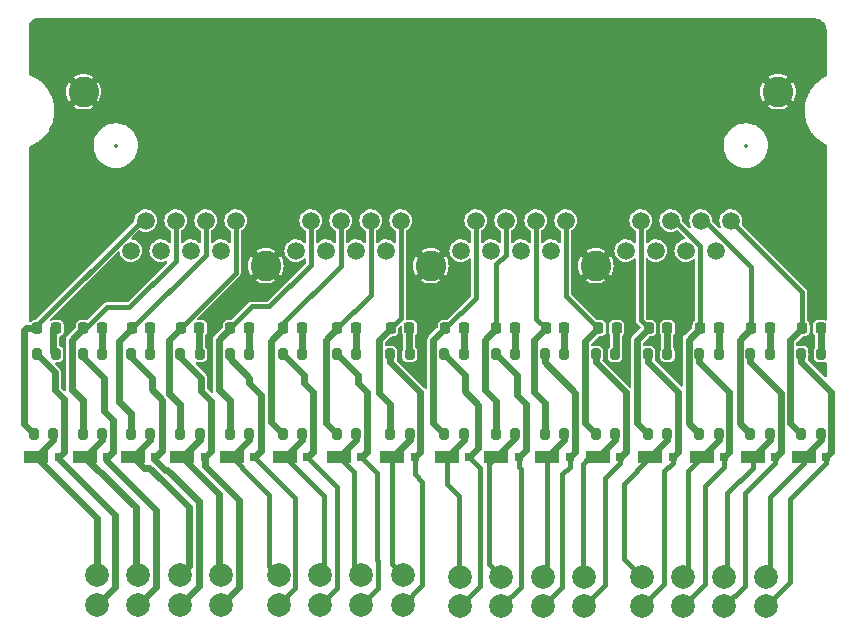
<source format=gtl>
%TF.GenerationSoftware,KiCad,Pcbnew,(6.0.9)*%
%TF.CreationDate,2023-11-10T22:24:20+05:30*%
%TF.ProjectId,RJ45-To-Terminal,524a3435-2d54-46f2-9d54-65726d696e61,2*%
%TF.SameCoordinates,Original*%
%TF.FileFunction,Copper,L1,Top*%
%TF.FilePolarity,Positive*%
%FSLAX46Y46*%
G04 Gerber Fmt 4.6, Leading zero omitted, Abs format (unit mm)*
G04 Created by KiCad (PCBNEW (6.0.9)) date 2023-11-10 22:24:20*
%MOMM*%
%LPD*%
G01*
G04 APERTURE LIST*
G04 Aperture macros list*
%AMRoundRect*
0 Rectangle with rounded corners*
0 $1 Rounding radius*
0 $2 $3 $4 $5 $6 $7 $8 $9 X,Y pos of 4 corners*
0 Add a 4 corners polygon primitive as box body*
4,1,4,$2,$3,$4,$5,$6,$7,$8,$9,$2,$3,0*
0 Add four circle primitives for the rounded corners*
1,1,$1+$1,$2,$3*
1,1,$1+$1,$4,$5*
1,1,$1+$1,$6,$7*
1,1,$1+$1,$8,$9*
0 Add four rect primitives between the rounded corners*
20,1,$1+$1,$2,$3,$4,$5,0*
20,1,$1+$1,$4,$5,$6,$7,0*
20,1,$1+$1,$6,$7,$8,$9,0*
20,1,$1+$1,$8,$9,$2,$3,0*%
G04 Aperture macros list end*
%TA.AperFunction,ComponentPad*%
%ADD10C,2.600000*%
%TD*%
%TA.AperFunction,ComponentPad*%
%ADD11C,1.500000*%
%TD*%
%TA.AperFunction,SMDPad,CuDef*%
%ADD12RoundRect,0.218750X0.218750X0.256250X-0.218750X0.256250X-0.218750X-0.256250X0.218750X-0.256250X0*%
%TD*%
%TA.AperFunction,SMDPad,CuDef*%
%ADD13RoundRect,0.200000X-0.200000X-0.275000X0.200000X-0.275000X0.200000X0.275000X-0.200000X0.275000X0*%
%TD*%
%TA.AperFunction,ComponentPad*%
%ADD14C,2.000000*%
%TD*%
%TA.AperFunction,SMDPad,CuDef*%
%ADD15R,2.000000X1.100000*%
%TD*%
%TA.AperFunction,SMDPad,CuDef*%
%ADD16R,0.800000X0.800000*%
%TD*%
%TA.AperFunction,ViaPad*%
%ADD17C,0.800000*%
%TD*%
%TA.AperFunction,Conductor*%
%ADD18C,0.609600*%
%TD*%
%TA.AperFunction,Conductor*%
%ADD19C,0.406400*%
%TD*%
%ADD20C,0.350000*%
G04 APERTURE END LIST*
D10*
%TO.P,RJ45-1,EH,EH*%
%TO.N,GNDPWR*%
X143728400Y-63209400D03*
X129758400Y-63209400D03*
X159158400Y-48479400D03*
X100358400Y-48479400D03*
X115788400Y-63209400D03*
D11*
%TO.P,RJ45-1,D8,D8*%
%TO.N,IN16-*%
X104358400Y-61939400D03*
%TO.P,RJ45-1,D7,D7*%
%TO.N,IN16+*%
X105628400Y-59399400D03*
%TO.P,RJ45-1,D6,D6*%
%TO.N,IN14-*%
X106898400Y-61939400D03*
%TO.P,RJ45-1,D5,D5*%
%TO.N,IN15+*%
X108168400Y-59399400D03*
%TO.P,RJ45-1,D4,D4*%
%TO.N,IN15-*%
X109438400Y-61939400D03*
%TO.P,RJ45-1,D3,D3*%
%TO.N,IN14+*%
X110708400Y-59399400D03*
%TO.P,RJ45-1,D2,D2*%
%TO.N,IN13-*%
X111978400Y-61939400D03*
%TO.P,RJ45-1,D1,D1*%
%TO.N,IN13+*%
X113248400Y-59399400D03*
%TO.P,RJ45-1,C8,C8*%
%TO.N,IN12-*%
X118328400Y-61939400D03*
%TO.P,RJ45-1,C7,C7*%
%TO.N,IN12+*%
X119598400Y-59399400D03*
%TO.P,RJ45-1,C6,C6*%
%TO.N,IN10-*%
X120868400Y-61939400D03*
%TO.P,RJ45-1,C5,C5*%
%TO.N,IN11+*%
X122138400Y-59399400D03*
%TO.P,RJ45-1,C4,C4*%
%TO.N,IN11-*%
X123408400Y-61939400D03*
%TO.P,RJ45-1,C3,C3*%
%TO.N,IN10+*%
X124678400Y-59399400D03*
%TO.P,RJ45-1,C2,C2*%
%TO.N,IN9-*%
X125948400Y-61939400D03*
%TO.P,RJ45-1,C1,C1*%
%TO.N,IN9+*%
X127218400Y-59399400D03*
%TO.P,RJ45-1,B8,B8*%
%TO.N,IN8-*%
X132298400Y-61939400D03*
%TO.P,RJ45-1,B7,B7*%
%TO.N,IN8+*%
X133568400Y-59399400D03*
%TO.P,RJ45-1,B6,B6*%
%TO.N,IN6-*%
X134838400Y-61939400D03*
%TO.P,RJ45-1,B5,B5*%
%TO.N,IN7+*%
X136108400Y-59399400D03*
%TO.P,RJ45-1,B4,B4*%
%TO.N,IN7-*%
X137378400Y-61939400D03*
%TO.P,RJ45-1,B3,B3*%
%TO.N,IN6+*%
X138648400Y-59399400D03*
%TO.P,RJ45-1,B2,B2*%
%TO.N,IN5-*%
X139918400Y-61939400D03*
%TO.P,RJ45-1,B1,B1*%
%TO.N,IN5+*%
X141188400Y-59399400D03*
%TO.P,RJ45-1,A8,A8*%
%TO.N,IN4-*%
X146268400Y-61939400D03*
%TO.P,RJ45-1,A7,A7*%
%TO.N,IN4+*%
X147538400Y-59399400D03*
%TO.P,RJ45-1,A6,A6*%
%TO.N,IN2-*%
X148808400Y-61939400D03*
%TO.P,RJ45-1,A5,A5*%
%TO.N,IN3+*%
X150078400Y-59399400D03*
%TO.P,RJ45-1,A4,A4*%
%TO.N,IN3-*%
X151348400Y-61939400D03*
%TO.P,RJ45-1,A3,A3*%
%TO.N,IN2+*%
X152618400Y-59399400D03*
%TO.P,RJ45-1,A2,A2*%
%TO.N,IN1-*%
X153888400Y-61939400D03*
%TO.P,RJ45-1,A1,A1*%
%TO.N,IN1+*%
X155158400Y-59399400D03*
%TD*%
D12*
%TO.P,LED56,1,K*%
%TO.N,Net-(LED56-Pad1)*%
X118836500Y-68519000D03*
%TO.P,LED56,2,A*%
%TO.N,IN11+*%
X117261500Y-68519000D03*
%TD*%
D13*
%TO.P,TH59,1*%
%TO.N,IN8+*%
X130893000Y-77468400D03*
%TO.P,TH59,2*%
%TO.N,RC8-*%
X132543000Y-77468400D03*
%TD*%
D14*
%TO.P,J11,8,Pin_8*%
%TO.N,IN13-*%
X111996000Y-91937300D03*
%TO.P,J11,7,Pin_7*%
%TO.N,RC13-*%
X111996000Y-89437300D03*
%TO.P,J11,6,Pin_6*%
%TO.N,IN14-*%
X108496000Y-91937300D03*
%TO.P,J11,5,Pin_5*%
%TO.N,RC14-*%
X108496000Y-89437300D03*
%TO.P,J11,4,Pin_4*%
%TO.N,IN15-*%
X104996000Y-91937300D03*
%TO.P,J11,3,Pin_3*%
%TO.N,RC15-*%
X104996000Y-89437300D03*
%TO.P,J11,2,Pin_2*%
%TO.N,IN16-*%
X101496000Y-91937300D03*
%TO.P,J11,1,Pin_1*%
%TO.N,RC16-*%
X101496000Y-89437300D03*
%TD*%
D15*
%TO.P,D57,1,K*%
%TO.N,RC10-*%
X121982150Y-79441000D03*
D16*
%TO.P,D57,2,A*%
%TO.N,IN10-*%
X123882150Y-79441000D03*
%TD*%
D14*
%TO.P,J12,8,Pin_8*%
%TO.N,IN9-*%
X127388400Y-91937300D03*
%TO.P,J12,7,Pin_7*%
%TO.N,RC9-*%
X127388400Y-89437300D03*
%TO.P,J12,6,Pin_6*%
%TO.N,IN10-*%
X123888400Y-91937300D03*
%TO.P,J12,5,Pin_5*%
%TO.N,RC10-*%
X123888400Y-89437300D03*
%TO.P,J12,4,Pin_4*%
%TO.N,IN11-*%
X120388400Y-91937300D03*
%TO.P,J12,3,Pin_3*%
%TO.N,RC11-*%
X120388400Y-89437300D03*
%TO.P,J12,2,Pin_2*%
%TO.N,IN12-*%
X116888400Y-91937300D03*
%TO.P,J12,1,Pin_1*%
%TO.N,RC12-*%
X116888400Y-89437300D03*
%TD*%
D15*
%TO.P,D61,1,K*%
%TO.N,RC6-*%
X139607000Y-79441000D03*
D16*
%TO.P,D61,2,A*%
%TO.N,IN6-*%
X141507000Y-79441000D03*
%TD*%
D12*
%TO.P,LED66,1,K*%
%TO.N,Net-(LED66-Pad1)*%
X162767300Y-68519000D03*
%TO.P,LED66,2,A*%
%TO.N,IN1+*%
X161192300Y-68519000D03*
%TD*%
D15*
%TO.P,D63,1,K*%
%TO.N,RC4-*%
X148339300Y-79441000D03*
D16*
%TO.P,D63,2,A*%
%TO.N,IN4-*%
X150239300Y-79441000D03*
%TD*%
D12*
%TO.P,LED60,1,K*%
%TO.N,Net-(LED60-Pad1)*%
X136881800Y-68519000D03*
%TO.P,LED60,2,A*%
%TO.N,IN7+*%
X135306800Y-68519000D03*
%TD*%
D13*
%TO.P,R58,1*%
%TO.N,IN9-*%
X126313500Y-70721700D03*
%TO.P,R58,2*%
%TO.N,Net-(LED58-Pad1)*%
X127963500Y-70721700D03*
%TD*%
%TO.P,TH54,1*%
%TO.N,IN13+*%
X108533500Y-77468400D03*
%TO.P,TH54,2*%
%TO.N,RC13-*%
X110183500Y-77468400D03*
%TD*%
D12*
%TO.P,LED55,1,K*%
%TO.N,Net-(LED55-Pad1)*%
X114357000Y-68519000D03*
%TO.P,LED55,2,A*%
%TO.N,IN12+*%
X112782000Y-68519000D03*
%TD*%
D13*
%TO.P,TH61,1*%
%TO.N,IN6+*%
X139409500Y-77468400D03*
%TO.P,TH61,2*%
%TO.N,RC6-*%
X141059500Y-77468400D03*
%TD*%
D12*
%TO.P,LED58,1,K*%
%TO.N,Net-(LED58-Pad1)*%
X127946000Y-68519000D03*
%TO.P,LED58,2,A*%
%TO.N,IN9+*%
X126371000Y-68519000D03*
%TD*%
D13*
%TO.P,R61,1*%
%TO.N,IN6-*%
X139417000Y-70721700D03*
%TO.P,R61,2*%
%TO.N,Net-(LED61-Pad1)*%
X141067000Y-70721700D03*
%TD*%
D12*
%TO.P,LED63,1,K*%
%TO.N,Net-(LED63-Pad1)*%
X149781800Y-68519000D03*
%TO.P,LED63,2,A*%
%TO.N,IN4+*%
X148206800Y-68519000D03*
%TD*%
%TO.P,LED65,1,K*%
%TO.N,Net-(LED65-Pad1)*%
X158441000Y-68519000D03*
%TO.P,LED65,2,A*%
%TO.N,IN2+*%
X156866000Y-68519000D03*
%TD*%
D15*
%TO.P,D64,1,K*%
%TO.N,RC3-*%
X152680500Y-79441000D03*
D16*
%TO.P,D64,2,A*%
%TO.N,IN3-*%
X154580500Y-79441000D03*
%TD*%
D13*
%TO.P,R60,1*%
%TO.N,IN7-*%
X135249300Y-70721700D03*
%TO.P,R60,2*%
%TO.N,Net-(LED60-Pad1)*%
X136899300Y-70721700D03*
%TD*%
D12*
%TO.P,LED57,1,K*%
%TO.N,Net-(LED57-Pad1)*%
X123408500Y-68519000D03*
%TO.P,LED57,2,A*%
%TO.N,IN10+*%
X121833500Y-68519000D03*
%TD*%
D15*
%TO.P,D53,1,K*%
%TO.N,RC14-*%
X104540000Y-79441000D03*
D16*
%TO.P,D53,2,A*%
%TO.N,IN14-*%
X106440000Y-79441000D03*
%TD*%
D13*
%TO.P,TH60,1*%
%TO.N,IN7+*%
X135241800Y-77468400D03*
%TO.P,TH60,2*%
%TO.N,RC7-*%
X136891800Y-77468400D03*
%TD*%
%TO.P,R53,1*%
%TO.N,IN14-*%
X104342500Y-70721700D03*
%TO.P,R53,2*%
%TO.N,Net-(LED53-Pad1)*%
X105992500Y-70721700D03*
%TD*%
%TO.P,TH56,1*%
%TO.N,IN11+*%
X117210500Y-77468400D03*
%TO.P,TH56,2*%
%TO.N,RC11-*%
X118860500Y-77468400D03*
%TD*%
D12*
%TO.P,LED53,1,K*%
%TO.N,Net-(LED53-Pad1)*%
X106009500Y-68519000D03*
%TO.P,LED53,2,A*%
%TO.N,IN14+*%
X104434500Y-68519000D03*
%TD*%
D13*
%TO.P,R51,1*%
%TO.N,IN16-*%
X96401400Y-70721700D03*
%TO.P,R51,2*%
%TO.N,Net-(LED51-Pad1)*%
X98051400Y-70721700D03*
%TD*%
%TO.P,TH53,1*%
%TO.N,IN14+*%
X104342500Y-77468400D03*
%TO.P,TH53,2*%
%TO.N,RC14-*%
X105992500Y-77468400D03*
%TD*%
D12*
%TO.P,LED61,1,K*%
%TO.N,Net-(LED61-Pad1)*%
X141049500Y-68519000D03*
%TO.P,LED61,2,A*%
%TO.N,IN6+*%
X139474500Y-68519000D03*
%TD*%
%TO.P,LED64,1,K*%
%TO.N,Net-(LED64-Pad1)*%
X154123000Y-68519000D03*
%TO.P,LED64,2,A*%
%TO.N,IN3+*%
X152548000Y-68519000D03*
%TD*%
D13*
%TO.P,R54,1*%
%TO.N,IN13-*%
X108533500Y-70721700D03*
%TO.P,R54,2*%
%TO.N,Net-(LED54-Pad1)*%
X110183500Y-70721700D03*
%TD*%
%TO.P,TH57,1*%
%TO.N,IN10+*%
X121784650Y-77468400D03*
%TO.P,TH57,2*%
%TO.N,RC10-*%
X123434650Y-77468400D03*
%TD*%
D15*
%TO.P,D55,1,K*%
%TO.N,RC12-*%
X112922000Y-79441000D03*
D16*
%TO.P,D55,2,A*%
%TO.N,IN12-*%
X114822000Y-79441000D03*
%TD*%
D12*
%TO.P,LED52,1,K*%
%TO.N,Net-(LED52-Pad1)*%
X101911000Y-68519000D03*
%TO.P,LED52,2,A*%
%TO.N,IN15+*%
X100336000Y-68519000D03*
%TD*%
D13*
%TO.P,R65,1*%
%TO.N,IN2-*%
X156808500Y-70721700D03*
%TO.P,R65,2*%
%TO.N,Net-(LED65-Pad1)*%
X158458500Y-70721700D03*
%TD*%
%TO.P,TH66,1*%
%TO.N,IN1+*%
X161127300Y-77468400D03*
%TO.P,TH66,2*%
%TO.N,RC1-*%
X162777300Y-77468400D03*
%TD*%
%TO.P,TH55,1*%
%TO.N,IN12+*%
X112724500Y-77468400D03*
%TO.P,TH55,2*%
%TO.N,RC12-*%
X114374500Y-77468400D03*
%TD*%
%TO.P,TH58,1*%
%TO.N,IN9+*%
X126313500Y-77468400D03*
%TO.P,TH58,2*%
%TO.N,RC9-*%
X127963500Y-77468400D03*
%TD*%
%TO.P,R56,1*%
%TO.N,IN11-*%
X117210500Y-70721700D03*
%TO.P,R56,2*%
%TO.N,Net-(LED56-Pad1)*%
X118860500Y-70721700D03*
%TD*%
D12*
%TO.P,LED59,1,K*%
%TO.N,Net-(LED59-Pad1)*%
X132552500Y-68519000D03*
%TO.P,LED59,2,A*%
%TO.N,IN8+*%
X130977500Y-68519000D03*
%TD*%
%TO.P,LED51,1,K*%
%TO.N,Net-(LED51-Pad1)*%
X98033900Y-68519000D03*
%TO.P,LED51,2,A*%
%TO.N,IN16+*%
X96458900Y-68519000D03*
%TD*%
D13*
%TO.P,TH62,1*%
%TO.N,IN5+*%
X143720000Y-77468400D03*
%TO.P,TH62,2*%
%TO.N,RC5-*%
X145370000Y-77468400D03*
%TD*%
%TO.P,TH63,1*%
%TO.N,IN4+*%
X148141800Y-77468400D03*
%TO.P,TH63,2*%
%TO.N,RC4-*%
X149791800Y-77468400D03*
%TD*%
%TO.P,R64,1*%
%TO.N,IN3-*%
X152490500Y-70721700D03*
%TO.P,R64,2*%
%TO.N,Net-(LED64-Pad1)*%
X154140500Y-70721700D03*
%TD*%
D15*
%TO.P,D58,1,K*%
%TO.N,RC9-*%
X126511000Y-79441000D03*
D16*
%TO.P,D58,2,A*%
%TO.N,IN9-*%
X128411000Y-79441000D03*
%TD*%
D13*
%TO.P,R62,1*%
%TO.N,IN5-*%
X143727500Y-70721700D03*
%TO.P,R62,2*%
%TO.N,Net-(LED62-Pad1)*%
X145377500Y-70721700D03*
%TD*%
D15*
%TO.P,D65,1,K*%
%TO.N,RC2-*%
X156998500Y-79441000D03*
D16*
%TO.P,D65,2,A*%
%TO.N,IN2-*%
X158898500Y-79441000D03*
%TD*%
D15*
%TO.P,D60,1,K*%
%TO.N,RC7-*%
X135290500Y-79441000D03*
D16*
%TO.P,D60,2,A*%
%TO.N,IN7-*%
X137190500Y-79441000D03*
%TD*%
D15*
%TO.P,D52,1,K*%
%TO.N,RC15-*%
X100476000Y-79441000D03*
D16*
%TO.P,D52,2,A*%
%TO.N,IN15-*%
X102376000Y-79441000D03*
%TD*%
D13*
%TO.P,R66,1*%
%TO.N,IN1-*%
X161134800Y-70721700D03*
%TO.P,R66,2*%
%TO.N,Net-(LED66-Pad1)*%
X162784800Y-70721700D03*
%TD*%
D15*
%TO.P,D54,1,K*%
%TO.N,RC13-*%
X108731000Y-79441000D03*
D16*
%TO.P,D54,2,A*%
%TO.N,IN13-*%
X110631000Y-79441000D03*
%TD*%
D13*
%TO.P,R57,1*%
%TO.N,IN10-*%
X121784650Y-70721700D03*
%TO.P,R57,2*%
%TO.N,Net-(LED57-Pad1)*%
X123434650Y-70721700D03*
%TD*%
%TO.P,R59,1*%
%TO.N,IN8-*%
X130900500Y-70721700D03*
%TO.P,R59,2*%
%TO.N,Net-(LED59-Pad1)*%
X132550500Y-70721700D03*
%TD*%
D14*
%TO.P,J14,8,Pin_8*%
%TO.N,IN1-*%
X158122400Y-92038900D03*
%TO.P,J14,7,Pin_7*%
%TO.N,RC1-*%
X158122400Y-89538900D03*
%TO.P,J14,6,Pin_6*%
%TO.N,IN2-*%
X154622400Y-92038900D03*
%TO.P,J14,5,Pin_5*%
%TO.N,RC2-*%
X154622400Y-89538900D03*
%TO.P,J14,4,Pin_4*%
%TO.N,IN3-*%
X151122400Y-92038900D03*
%TO.P,J14,3,Pin_3*%
%TO.N,RC3-*%
X151122400Y-89538900D03*
%TO.P,J14,2,Pin_2*%
%TO.N,IN4-*%
X147622400Y-92038900D03*
%TO.P,J14,1,Pin_1*%
%TO.N,RC4-*%
X147622400Y-89538900D03*
%TD*%
%TO.P,J13,8,Pin_8*%
%TO.N,IN5-*%
X142730000Y-92038900D03*
%TO.P,J13,7,Pin_7*%
%TO.N,RC5-*%
X142730000Y-89538900D03*
%TO.P,J13,6,Pin_6*%
%TO.N,IN6-*%
X139230000Y-92038900D03*
%TO.P,J13,5,Pin_5*%
%TO.N,RC6-*%
X139230000Y-89538900D03*
%TO.P,J13,4,Pin_4*%
%TO.N,IN7-*%
X135730000Y-92038900D03*
%TO.P,J13,3,Pin_3*%
%TO.N,RC7-*%
X135730000Y-89538900D03*
%TO.P,J13,2,Pin_2*%
%TO.N,IN8-*%
X132230000Y-92038900D03*
%TO.P,J13,1,Pin_1*%
%TO.N,RC8-*%
X132230000Y-89538900D03*
%TD*%
D13*
%TO.P,R55,1*%
%TO.N,IN12-*%
X112724500Y-70721700D03*
%TO.P,R55,2*%
%TO.N,Net-(LED55-Pad1)*%
X114374500Y-70721700D03*
%TD*%
%TO.P,TH51,1*%
%TO.N,IN16+*%
X96142000Y-77468400D03*
%TO.P,TH51,2*%
%TO.N,RC16-*%
X97792000Y-77468400D03*
%TD*%
%TO.P,R52,1*%
%TO.N,IN15-*%
X100278500Y-70721700D03*
%TO.P,R52,2*%
%TO.N,Net-(LED52-Pad1)*%
X101928500Y-70721700D03*
%TD*%
D15*
%TO.P,D59,1,K*%
%TO.N,RC8-*%
X131090500Y-79441000D03*
D16*
%TO.P,D59,2,A*%
%TO.N,IN8-*%
X132990500Y-79441000D03*
%TD*%
D15*
%TO.P,D56,1,K*%
%TO.N,RC11-*%
X117408000Y-79441000D03*
D16*
%TO.P,D56,2,A*%
%TO.N,IN11-*%
X119308000Y-79441000D03*
%TD*%
D13*
%TO.P,R63,1*%
%TO.N,IN4-*%
X148149300Y-70721700D03*
%TO.P,R63,2*%
%TO.N,Net-(LED63-Pad1)*%
X149799300Y-70721700D03*
%TD*%
D12*
%TO.P,LED62,1,K*%
%TO.N,Net-(LED62-Pad1)*%
X145506500Y-68519000D03*
%TO.P,LED62,2,A*%
%TO.N,IN5+*%
X143931500Y-68519000D03*
%TD*%
%TO.P,LED54,1,K*%
%TO.N,Net-(LED54-Pad1)*%
X110166000Y-68519000D03*
%TO.P,LED54,2,A*%
%TO.N,IN13+*%
X108591000Y-68519000D03*
%TD*%
D13*
%TO.P,TH65,1*%
%TO.N,IN2+*%
X156801000Y-77468400D03*
%TO.P,TH65,2*%
%TO.N,RC2-*%
X158451000Y-77468400D03*
%TD*%
D15*
%TO.P,D51,1,K*%
%TO.N,RC16-*%
X96339500Y-79441000D03*
D16*
%TO.P,D51,2,A*%
%TO.N,IN16-*%
X98239500Y-79441000D03*
%TD*%
D13*
%TO.P,TH52,1*%
%TO.N,IN15+*%
X100278500Y-77468400D03*
%TO.P,TH52,2*%
%TO.N,RC15-*%
X101928500Y-77468400D03*
%TD*%
%TO.P,TH64,1*%
%TO.N,IN3+*%
X152483000Y-77468400D03*
%TO.P,TH64,2*%
%TO.N,RC3-*%
X154133000Y-77468400D03*
%TD*%
D15*
%TO.P,D66,1,K*%
%TO.N,RC1-*%
X161324800Y-79441000D03*
D16*
%TO.P,D66,2,A*%
%TO.N,IN1-*%
X163224800Y-79441000D03*
%TD*%
D15*
%TO.P,D62,1,K*%
%TO.N,RC5-*%
X143917500Y-79441000D03*
D16*
%TO.P,D62,2,A*%
%TO.N,IN5-*%
X145817500Y-79441000D03*
%TD*%
D17*
%TO.N,IN1-*%
X161134800Y-70721700D03*
%TO.N,IN2-*%
X156808500Y-70721700D03*
%TO.N,IN3-*%
X152490500Y-70721700D03*
%TO.N,IN4-*%
X148149300Y-70721700D03*
%TO.N,IN5-*%
X143727500Y-70721700D03*
%TO.N,IN6-*%
X139417000Y-70721700D03*
%TO.N,IN7-*%
X135249300Y-70721700D03*
%TO.N,IN8-*%
X130942600Y-70763800D03*
%TO.N,IN9-*%
X126313500Y-70721700D03*
%TO.N,IN10-*%
X121784650Y-70721700D03*
%TO.N,IN11-*%
X117210500Y-70721700D03*
%TO.N,IN12-*%
X112724500Y-70721700D03*
%TO.N,IN13-*%
X108533500Y-70721700D03*
%TO.N,IN14-*%
X104342500Y-70721700D03*
%TO.N,IN15-*%
X100278500Y-70721700D03*
%TO.N,IN16-*%
X96401400Y-70721700D03*
%TD*%
D18*
%TO.N,IN16+*%
X95316000Y-68696800D02*
X95316000Y-76642400D01*
X95316000Y-76642400D02*
X96142000Y-77468400D01*
X95493800Y-68519000D02*
X95316000Y-68696800D01*
X96199500Y-68519000D02*
X95493800Y-68519000D01*
%TO.N,IN16-*%
X98696800Y-78983700D02*
X98239500Y-79441000D01*
X97917000Y-73741475D02*
X98696800Y-74521275D01*
X97917000Y-72237300D02*
X97917000Y-73741475D01*
X96401400Y-70721700D02*
X97917000Y-72237300D01*
X98696800Y-74521275D02*
X98696800Y-78983700D01*
D19*
%TO.N,IN3+*%
X150439272Y-59399400D02*
X150078400Y-59399400D01*
X152548000Y-68519000D02*
X152548000Y-61508128D01*
X152548000Y-61508128D02*
X150439272Y-59399400D01*
%TO.N,IN7+*%
X136108400Y-62300272D02*
X136108400Y-59399400D01*
X135306800Y-63092600D02*
X135316072Y-63092600D01*
X135306800Y-68519000D02*
X135306800Y-63092600D01*
X135316072Y-63092600D02*
X136108400Y-62300272D01*
%TO.N,IN11+*%
X122138400Y-63209400D02*
X122138400Y-59399400D01*
X117261500Y-68086300D02*
X122138400Y-63209400D01*
X117261500Y-68519000D02*
X117261500Y-68086300D01*
%TO.N,IN15+*%
X108168400Y-62778100D02*
X108168400Y-59399400D01*
X104230900Y-66715600D02*
X108168400Y-62778100D01*
X102359830Y-66715600D02*
X104230900Y-66715600D01*
X100556430Y-68519000D02*
X102359830Y-66715600D01*
X100336000Y-68519000D02*
X100556430Y-68519000D01*
D18*
%TO.N,IN8-*%
X130942600Y-70763800D02*
X130900500Y-70721700D01*
%TO.N,IN1+*%
X160192700Y-76533800D02*
X161127300Y-77468400D01*
X161192300Y-68519000D02*
X160192700Y-69518600D01*
X160192700Y-69518600D02*
X160192700Y-76533800D01*
%TO.N,IN2+*%
X155903700Y-76571100D02*
X156801000Y-77468400D01*
X155903700Y-69481300D02*
X155903700Y-76571100D01*
X156866000Y-68519000D02*
X155903700Y-69481300D01*
%TO.N,IN3+*%
X151585700Y-76571100D02*
X152483000Y-77468400D01*
X151585700Y-69481300D02*
X151585700Y-76571100D01*
X152548000Y-68519000D02*
X151585700Y-69481300D01*
%TO.N,IN4+*%
X147244500Y-69481300D02*
X147244500Y-76571100D01*
X148206800Y-68519000D02*
X147244500Y-69481300D01*
X147244500Y-76571100D02*
X148141800Y-77468400D01*
%TO.N,IN5+*%
X142822700Y-76571100D02*
X143720000Y-77468400D01*
X142822700Y-69627800D02*
X142822700Y-76571100D01*
X143931500Y-68519000D02*
X142822700Y-69627800D01*
%TO.N,IN6+*%
X138512200Y-73945400D02*
X139409500Y-74842700D01*
X139409500Y-74842700D02*
X139409500Y-77468400D01*
X138512200Y-69481300D02*
X138512200Y-73945400D01*
X139474500Y-68519000D02*
X138512200Y-69481300D01*
%TO.N,IN7+*%
X135241800Y-74637400D02*
X135241800Y-77468400D01*
X134330400Y-73726000D02*
X135241800Y-74637400D01*
X134330400Y-69495400D02*
X134330400Y-73726000D01*
X135306800Y-68519000D02*
X134330400Y-69495400D01*
%TO.N,IN8+*%
X129961600Y-76537000D02*
X130893000Y-77468400D01*
X130977500Y-68519000D02*
X129961600Y-69534900D01*
X129961600Y-69534900D02*
X129961600Y-76537000D01*
%TO.N,IN15+*%
X99373700Y-73719700D02*
X100278500Y-74624500D01*
X99373700Y-69481300D02*
X99373700Y-73719700D01*
X100336000Y-68519000D02*
X99373700Y-69481300D01*
X100278500Y-74624500D02*
X100278500Y-77468400D01*
%TO.N,IN14+*%
X104358400Y-77452500D02*
X104342500Y-77468400D01*
X104358400Y-75707200D02*
X104358400Y-77452500D01*
X103393200Y-74742000D02*
X104358400Y-75707200D01*
X104434500Y-68519000D02*
X103393200Y-69560300D01*
X103393200Y-69560300D02*
X103393200Y-74742000D01*
%TO.N,IN13+*%
X108533500Y-74958028D02*
X108533500Y-77468400D01*
X107628700Y-74053228D02*
X108533500Y-74958028D01*
X108591000Y-68519000D02*
X107628700Y-69481300D01*
X107628700Y-69481300D02*
X107628700Y-74053228D01*
%TO.N,IN12+*%
X112724500Y-74624500D02*
X112724500Y-77468400D01*
X111819700Y-73719700D02*
X112724500Y-74624500D01*
X111819700Y-69481300D02*
X111819700Y-73719700D01*
X112782000Y-68519000D02*
X111819700Y-69481300D01*
%TO.N,IN11+*%
X116194800Y-69585700D02*
X116194800Y-76452700D01*
X117261500Y-68519000D02*
X116194800Y-69585700D01*
X116194800Y-76452700D02*
X117210500Y-77468400D01*
%TO.N,IN10+*%
X120879850Y-76563600D02*
X121784650Y-77468400D01*
X120879850Y-69472650D02*
X120879850Y-76563600D01*
X121833500Y-68519000D02*
X120879850Y-69472650D01*
D19*
%TO.N,IN12+*%
X119598400Y-63159600D02*
X119598400Y-59399400D01*
X116093200Y-66664800D02*
X119598400Y-63159600D01*
X114636200Y-66664800D02*
X116093200Y-66664800D01*
X112782000Y-68519000D02*
X114636200Y-66664800D01*
%TO.N,IN13+*%
X113248400Y-63820000D02*
X113248400Y-59399400D01*
X108591000Y-68477400D02*
X113248400Y-63820000D01*
X108591000Y-68519000D02*
X108591000Y-68477400D01*
%TO.N,IN16+*%
X105267528Y-59399400D02*
X105628400Y-59399400D01*
X96199500Y-68467428D02*
X105267528Y-59399400D01*
X96199500Y-68519000D02*
X96199500Y-68467428D01*
%TO.N,IN14+*%
X110708400Y-62300272D02*
X110708400Y-59399400D01*
X104489672Y-68519000D02*
X110708400Y-62300272D01*
X104434500Y-68519000D02*
X104489672Y-68519000D01*
%TO.N,IN10+*%
X124678400Y-65674100D02*
X124678400Y-59399400D01*
X121833500Y-68519000D02*
X124678400Y-65674100D01*
%TO.N,IN9+*%
X127218400Y-67671600D02*
X127218400Y-59399400D01*
X126371000Y-68519000D02*
X127218400Y-67671600D01*
%TO.N,IN8+*%
X130977500Y-68519000D02*
X133568400Y-65928100D01*
X133568400Y-65928100D02*
X133568400Y-59399400D01*
%TO.N,IN6+*%
X139474500Y-68519000D02*
X138648400Y-67692900D01*
X138648400Y-67692900D02*
X138648400Y-59399400D01*
%TO.N,IN5+*%
X141188400Y-65775900D02*
X141188400Y-59399400D01*
X143931500Y-68519000D02*
X141188400Y-65775900D01*
%TO.N,IN4+*%
X147538400Y-67850600D02*
X147538400Y-59399400D01*
X148206800Y-68519000D02*
X147538400Y-67850600D01*
%TO.N,IN2+*%
X152979272Y-59399400D02*
X152618400Y-59399400D01*
X156866000Y-63286128D02*
X152979272Y-59399400D01*
X156866000Y-68519000D02*
X156866000Y-63286128D01*
%TO.N,IN1+*%
X161192300Y-68519000D02*
X161192300Y-65433300D01*
X161192300Y-65433300D02*
X155158400Y-59399400D01*
%TO.N,RC7-*%
X134686000Y-80045500D02*
X134686000Y-88494900D01*
%TO.N,IN6-*%
X140884610Y-80869790D02*
X140884610Y-90384290D01*
D18*
%TO.N,IN16-*%
X103000800Y-84331800D02*
X103000800Y-90432500D01*
%TO.N,IN13-*%
X113500800Y-83020800D02*
X113500800Y-90432500D01*
D19*
%TO.N,IN12-*%
X118291600Y-82910600D02*
X118291600Y-90534100D01*
D18*
%TO.N,IN15-*%
X106500800Y-83894800D02*
X106500800Y-90432500D01*
%TO.N,IN14-*%
X110095600Y-83171600D02*
X110095600Y-90337700D01*
%TO.N,IN15-*%
X102376000Y-79770000D02*
X106500800Y-83894800D01*
%TO.N,IN16-*%
X98239500Y-79570500D02*
X103000800Y-84331800D01*
D19*
%TO.N,IN7-*%
X137378400Y-80435300D02*
X137378400Y-90390500D01*
%TO.N,IN10-*%
X125189600Y-80748450D02*
X125189600Y-88156400D01*
%TO.N,IN11-*%
X121791600Y-81924600D02*
X121791600Y-90534100D01*
%TO.N,IN9-*%
X129047200Y-81526200D02*
X129047200Y-90278500D01*
%TO.N,IN8-*%
X133924000Y-80374500D02*
X133924000Y-90344900D01*
D18*
%TO.N,RC16-*%
X96339500Y-79441000D02*
X101496000Y-84597500D01*
%TO.N,RC13-*%
X111826000Y-82536000D02*
X111826000Y-89267300D01*
D19*
%TO.N,RC11-*%
X120716000Y-82749000D02*
X120716000Y-89109700D01*
%TO.N,RC10-*%
X123256000Y-80714850D02*
X123256000Y-88804900D01*
D18*
%TO.N,RC14-*%
X109286000Y-83639972D02*
X109286000Y-88647300D01*
%TO.N,RC15-*%
X104764800Y-83682800D02*
X104764800Y-89206100D01*
%TO.N,RC16-*%
X101496000Y-84597500D02*
X101496000Y-89437300D01*
D19*
%TO.N,RC12-*%
X116093200Y-82616000D02*
X116093200Y-88642100D01*
%TO.N,RC8-*%
X132146000Y-82743000D02*
X132146000Y-89454900D01*
%TO.N,RC6-*%
X139562800Y-79485200D02*
X139562800Y-89206100D01*
%TO.N,RC3-*%
X151551600Y-80569900D02*
X151551600Y-89109700D01*
%TO.N,RC2-*%
X154853600Y-82463600D02*
X154853600Y-89307700D01*
%TO.N,RC5-*%
X142661600Y-79974400D02*
X142661600Y-89470500D01*
%TO.N,RC1-*%
X158460400Y-82768400D02*
X158460400Y-89200900D01*
%TO.N,RC9-*%
X126459600Y-79492400D02*
X126459600Y-88508500D01*
%TO.N,RC4-*%
X146116000Y-81664300D02*
X146116000Y-88032500D01*
%TO.N,IN5-*%
X144535600Y-81179300D02*
X144535600Y-90233300D01*
%TO.N,IN1-*%
X160187600Y-82934600D02*
X160187600Y-89973700D01*
%TO.N,IN2-*%
X156326800Y-82469100D02*
X156326800Y-90334500D01*
%TO.N,IN3-*%
X152974000Y-81853900D02*
X152974000Y-90187300D01*
%TO.N,IN4-*%
X149519600Y-80617100D02*
X149519600Y-90141700D01*
D18*
%TO.N,IN14-*%
X107419800Y-80495800D02*
X110095600Y-83171600D01*
D19*
%TO.N,IN12-*%
X114822000Y-79441000D02*
X118291600Y-82910600D01*
D18*
%TO.N,IN13-*%
X110631000Y-80151000D02*
X113500800Y-83020800D01*
D19*
%TO.N,RC11-*%
X117408000Y-79441000D02*
X120716000Y-82749000D01*
%TO.N,RC12-*%
X114660300Y-81183100D02*
X116093200Y-82616000D01*
D18*
%TO.N,RC15-*%
X101577800Y-80495800D02*
X104764800Y-83682800D01*
%TO.N,RC14-*%
X106951428Y-81305400D02*
X109286000Y-83639972D01*
%TO.N,RC13-*%
X108731000Y-79441000D02*
X111826000Y-82536000D01*
D19*
%TO.N,RC1-*%
X161324800Y-79904000D02*
X158460400Y-82768400D01*
%TO.N,RC2-*%
X156998500Y-80318700D02*
X154853600Y-82463600D01*
%TO.N,RC8-*%
X131090500Y-81687500D02*
X132146000Y-82743000D01*
%TO.N,IN2-*%
X158898500Y-79897400D02*
X156326800Y-82469100D01*
%TO.N,IN1-*%
X163224800Y-79897400D02*
X160187600Y-82934600D01*
D18*
%TO.N,IN16-*%
X98239500Y-79441000D02*
X98239500Y-79570500D01*
X103000800Y-90432500D02*
X101496000Y-91937300D01*
%TO.N,IN15-*%
X102376000Y-79441000D02*
X102376000Y-79770000D01*
X106500800Y-90432500D02*
X104996000Y-91937300D01*
%TO.N,IN14-*%
X107226200Y-80495800D02*
X107419800Y-80495800D01*
X106440000Y-79709600D02*
X107226200Y-80495800D01*
X106440000Y-79441000D02*
X106440000Y-79709600D01*
X110095600Y-90337700D02*
X108496000Y-91937300D01*
%TO.N,IN13-*%
X110631000Y-79441000D02*
X110631000Y-80151000D01*
X113500800Y-90432500D02*
X111996000Y-91937300D01*
D19*
%TO.N,IN12-*%
X118291600Y-90534100D02*
X116888400Y-91937300D01*
%TO.N,IN11-*%
X121791600Y-90534100D02*
X120388400Y-91937300D01*
X119308000Y-79441000D02*
X121791600Y-81924600D01*
%TO.N,IN10-*%
X125189600Y-88156400D02*
X125291600Y-88258400D01*
X123882150Y-79441000D02*
X125189600Y-80748450D01*
X125291600Y-88258400D02*
X125291600Y-90534100D01*
%TO.N,IN9-*%
X129047200Y-90278500D02*
X127388400Y-91937300D01*
X128411000Y-80890000D02*
X129047200Y-81526200D01*
%TO.N,IN8-*%
X133924000Y-90344900D02*
X132230000Y-92038900D01*
X132990500Y-79441000D02*
X133924000Y-80374500D01*
%TO.N,IN7-*%
X137190500Y-80247400D02*
X137378400Y-80435300D01*
X137378400Y-90390500D02*
X135730000Y-92038900D01*
%TO.N,IN5-*%
X144535600Y-90233300D02*
X142730000Y-92038900D01*
X145817500Y-79897400D02*
X144535600Y-81179300D01*
X145817500Y-79441000D02*
X145817500Y-79897400D01*
%TO.N,IN4-*%
X150239300Y-79897400D02*
X149519600Y-80617100D01*
X149519600Y-90141700D02*
X147622400Y-92038900D01*
X150239300Y-79441000D02*
X150239300Y-79897400D01*
%TO.N,IN3-*%
X154580500Y-80247400D02*
X152974000Y-81853900D01*
X152974000Y-90187300D02*
X151122400Y-92038900D01*
X154580500Y-79441000D02*
X154580500Y-80247400D01*
%TO.N,IN2-*%
X158898500Y-79441000D02*
X158898500Y-79897400D01*
X156326800Y-90334500D02*
X154622400Y-92038900D01*
%TO.N,IN1-*%
X163224800Y-79441000D02*
X163224800Y-79897400D01*
X160187600Y-89973700D02*
X158122400Y-92038900D01*
%TO.N,IN6-*%
X141507000Y-80247400D02*
X140884610Y-80869790D01*
X141507000Y-79441000D02*
X141507000Y-80247400D01*
X140884610Y-90384290D02*
X139230000Y-92038900D01*
%TO.N,RC7-*%
X134686000Y-88494900D02*
X135730000Y-89538900D01*
X135290500Y-79441000D02*
X134686000Y-80045500D01*
D18*
%TO.N,RC15-*%
X101530800Y-80495800D02*
X101577800Y-80495800D01*
X100476000Y-79441000D02*
X101530800Y-80495800D01*
%TO.N,RC14-*%
X106890852Y-81305400D02*
X106951428Y-81305400D01*
X105931252Y-80345800D02*
X106890852Y-81305400D01*
%TO.N,RC13-*%
X111826000Y-89267300D02*
X111996000Y-89437300D01*
D19*
%TO.N,RC12-*%
X116093200Y-88642100D02*
X116888400Y-89437300D01*
X114660300Y-81179300D02*
X114660300Y-81183100D01*
%TO.N,RC11-*%
X120716000Y-89109700D02*
X120388400Y-89437300D01*
%TO.N,RC10-*%
X121982150Y-79441000D02*
X123256000Y-80714850D01*
X123256000Y-88804900D02*
X123888400Y-89437300D01*
%TO.N,RC9-*%
X126459600Y-88508500D02*
X127388400Y-89437300D01*
X126511000Y-79441000D02*
X126459600Y-79492400D01*
%TO.N,RC8-*%
X132146000Y-89454900D02*
X132230000Y-89538900D01*
X131090500Y-79441000D02*
X131090500Y-81687500D01*
%TO.N,RC6-*%
X139562800Y-89206100D02*
X139230000Y-89538900D01*
X139607000Y-79441000D02*
X139562800Y-79485200D01*
%TO.N,RC5-*%
X142661600Y-89470500D02*
X142730000Y-89538900D01*
X143195000Y-79441000D02*
X142661600Y-79974400D01*
%TO.N,RC4-*%
X148339300Y-79441000D02*
X146116000Y-81664300D01*
X146116000Y-88032500D02*
X147622400Y-89538900D01*
%TO.N,RC3-*%
X152680500Y-79441000D02*
X151551600Y-80569900D01*
X151551600Y-89109700D02*
X151122400Y-89538900D01*
%TO.N,RC2-*%
X156998500Y-79441000D02*
X156998500Y-80318700D01*
X154853600Y-89307700D02*
X154622400Y-89538900D01*
%TO.N,RC1-*%
X161324800Y-79441000D02*
X161324800Y-79904000D01*
X158460400Y-89200900D02*
X158122400Y-89538900D01*
%TO.N,IN10-*%
X125291600Y-90534100D02*
X123888400Y-91937300D01*
%TO.N,IN9-*%
X128411000Y-79441000D02*
X128411000Y-80890000D01*
%TO.N,IN7-*%
X137190500Y-79441000D02*
X137190500Y-80247400D01*
D18*
%TO.N,RC15-*%
X104764800Y-89206100D02*
X104996000Y-89437300D01*
%TO.N,RC14-*%
X109286000Y-88647300D02*
X108496000Y-89437300D01*
X105444800Y-80345800D02*
X105931252Y-80345800D01*
X104540000Y-79441000D02*
X105444800Y-80345800D01*
D19*
%TO.N,RC12-*%
X112922000Y-79441000D02*
X114660300Y-81179300D01*
%TO.N,RC5-*%
X143917500Y-79441000D02*
X143195000Y-79441000D01*
D18*
%TO.N,IN15-*%
X102833300Y-76297062D02*
X102833300Y-78983700D01*
X100278500Y-70721700D02*
X100278500Y-70941500D01*
X100278500Y-70941500D02*
X102053500Y-72716500D01*
X102053500Y-72716500D02*
X102053500Y-75517262D01*
X102053500Y-75517262D02*
X102833300Y-76297062D01*
X102833300Y-78983700D02*
X102376000Y-79441000D01*
%TO.N,IN14-*%
X104342500Y-70721700D02*
X104342500Y-70941500D01*
X106117500Y-73686975D02*
X107000000Y-74569475D01*
X107000000Y-74569475D02*
X107000000Y-78881000D01*
X106117500Y-72716500D02*
X106117500Y-73686975D01*
X107000000Y-78881000D02*
X106440000Y-79441000D01*
X104342500Y-70941500D02*
X106117500Y-72716500D01*
%TO.N,IN13-*%
X110308500Y-73813975D02*
X111191000Y-74696475D01*
X111191000Y-74696475D02*
X111191000Y-78881000D01*
X110308500Y-72716500D02*
X110308500Y-73813975D01*
X108533500Y-70941500D02*
X110308500Y-72716500D01*
X108533500Y-70721700D02*
X108533500Y-70941500D01*
X111191000Y-78881000D02*
X110631000Y-79441000D01*
%TO.N,IN12-*%
X115382000Y-74179000D02*
X115382000Y-78881000D01*
X115382000Y-78881000D02*
X114822000Y-79441000D01*
X114372500Y-72716500D02*
X114372500Y-73169500D01*
X112724500Y-71068500D02*
X114372500Y-72716500D01*
X114372500Y-73169500D02*
X115382000Y-74179000D01*
X112724500Y-70721700D02*
X112724500Y-71068500D01*
%TO.N,IN11-*%
X117210500Y-70721700D02*
X117210500Y-70728500D01*
X119765300Y-78983700D02*
X119308000Y-79441000D01*
X118985500Y-72503500D02*
X118985500Y-73169500D01*
X117210500Y-70728500D02*
X118985500Y-72503500D01*
X119765300Y-73949300D02*
X119765300Y-78983700D01*
X118985500Y-73169500D02*
X119765300Y-73949300D01*
%TO.N,IN10-*%
X123559650Y-73169500D02*
X124339450Y-73949300D01*
X123559650Y-72496700D02*
X121784650Y-70721700D01*
X123559650Y-73169500D02*
X123559650Y-72496700D01*
X124339450Y-73949300D02*
X124339450Y-78983700D01*
X124339450Y-78983700D02*
X123882150Y-79441000D01*
%TO.N,IN9-*%
X126313500Y-71394500D02*
X128868300Y-73949300D01*
X126313500Y-70721700D02*
X126313500Y-71394500D01*
X128411000Y-79441000D02*
X128868300Y-78983700D01*
X128868300Y-78983700D02*
X128868300Y-73949300D01*
%TO.N,IN8-*%
X132668000Y-72489200D02*
X130942600Y-70763800D01*
X132668000Y-73867000D02*
X132668000Y-72489200D01*
X133797000Y-74996000D02*
X133797000Y-78634500D01*
X133797000Y-78634500D02*
X132990500Y-79441000D01*
X132668000Y-73867000D02*
X133797000Y-74996000D01*
%TO.N,IN7-*%
X137190500Y-79441000D02*
X137796600Y-78834900D01*
X137796600Y-74931600D02*
X137016800Y-74151800D01*
X137016800Y-74151800D02*
X137016800Y-72500800D01*
X135249300Y-70733300D02*
X137016800Y-72500800D01*
X135249300Y-70721700D02*
X135249300Y-70733300D01*
X137796600Y-78834900D02*
X137796600Y-74931600D01*
%TO.N,IN5-*%
X143727500Y-71402000D02*
X146274800Y-73949300D01*
X145817500Y-79441000D02*
X146274800Y-78983700D01*
X143727500Y-70721700D02*
X143727500Y-71402000D01*
X146274800Y-78983700D02*
X146274800Y-73949300D01*
%TO.N,IN4-*%
X148149300Y-71402000D02*
X150696600Y-73949300D01*
X150696600Y-78983700D02*
X150696600Y-73949300D01*
X148149300Y-70721700D02*
X148149300Y-71402000D01*
X150239300Y-79441000D02*
X150696600Y-78983700D01*
%TO.N,IN3-*%
X155037800Y-78983700D02*
X155037800Y-73949300D01*
X152490500Y-71402000D02*
X155037800Y-73949300D01*
X154580500Y-79441000D02*
X155037800Y-78983700D01*
X152490500Y-70721700D02*
X152490500Y-71402000D01*
%TO.N,IN2-*%
X159383100Y-78956400D02*
X159383100Y-73976600D01*
X156808500Y-71402000D02*
X159383100Y-73976600D01*
X158898500Y-79441000D02*
X159383100Y-78956400D01*
X156808500Y-70721700D02*
X156808500Y-71402000D01*
%TO.N,IN1-*%
X163224800Y-79441000D02*
X163682100Y-78983700D01*
X163682100Y-78983700D02*
X163682100Y-73949300D01*
X161134800Y-71402000D02*
X163682100Y-73949300D01*
X161134800Y-70721700D02*
X161134800Y-71402000D01*
%TO.N,Net-(LED51-Pad1)*%
X97774500Y-68519000D02*
X97774500Y-70528700D01*
X97774500Y-70528700D02*
X97792000Y-70546200D01*
%TO.N,Net-(LED52-Pad1)*%
X101911000Y-70577200D02*
X101928500Y-70594700D01*
X101911000Y-68519000D02*
X101911000Y-70577200D01*
%TO.N,Net-(LED53-Pad1)*%
X106009500Y-68519000D02*
X105992500Y-68536000D01*
X105992500Y-68536000D02*
X105992500Y-70594700D01*
%TO.N,Net-(LED54-Pad1)*%
X110166000Y-70577200D02*
X110183500Y-70594700D01*
X110166000Y-68519000D02*
X110166000Y-70577200D01*
%TO.N,Net-(LED55-Pad1)*%
X114357000Y-70704200D02*
X114374500Y-70721700D01*
X114357000Y-68519000D02*
X114357000Y-70704200D01*
%TO.N,Net-(LED56-Pad1)*%
X118836500Y-68519000D02*
X118836500Y-70697700D01*
X118836500Y-70697700D02*
X118860500Y-70721700D01*
%TO.N,Net-(LED57-Pad1)*%
X123408500Y-68519000D02*
X123408500Y-70738700D01*
%TO.N,Net-(LED58-Pad1)*%
X127946000Y-70704200D02*
X127963500Y-70721700D01*
X127946000Y-68519000D02*
X127946000Y-70704200D01*
%TO.N,Net-(LED59-Pad1)*%
X132550500Y-68521000D02*
X132550500Y-70721700D01*
X132552500Y-68519000D02*
X132550500Y-68521000D01*
%TO.N,Net-(LED60-Pad1)*%
X136881800Y-68519000D02*
X136881800Y-70704200D01*
X136881800Y-70704200D02*
X136899300Y-70721700D01*
%TO.N,Net-(LED61-Pad1)*%
X141049500Y-68519000D02*
X141049500Y-70704200D01*
X141049500Y-70704200D02*
X141067000Y-70721700D01*
%TO.N,Net-(LED62-Pad1)*%
X145481000Y-68544500D02*
X145481000Y-70618200D01*
X145506500Y-68519000D02*
X145481000Y-68544500D01*
X145481000Y-70618200D02*
X145377500Y-70721700D01*
%TO.N,Net-(LED63-Pad1)*%
X149781800Y-70704200D02*
X149799300Y-70721700D01*
X149781800Y-68519000D02*
X149781800Y-70704200D01*
%TO.N,Net-(LED64-Pad1)*%
X154123000Y-68519000D02*
X154123000Y-70704200D01*
X154123000Y-70704200D02*
X154140500Y-70721700D01*
%TO.N,Net-(LED65-Pad1)*%
X158441000Y-70704200D02*
X158458500Y-70721700D01*
X158441000Y-68519000D02*
X158441000Y-70704200D01*
%TO.N,Net-(LED66-Pad1)*%
X162767300Y-68519000D02*
X162767300Y-70704200D01*
X162767300Y-70704200D02*
X162784800Y-70721700D01*
%TO.N,IN6-*%
X141975800Y-78972200D02*
X141975800Y-73960800D01*
X139417000Y-70721700D02*
X139417000Y-71402000D01*
X139417000Y-71402000D02*
X141975800Y-73960800D01*
X141507000Y-79441000D02*
X141975800Y-78972200D01*
%TO.N,RC7-*%
X136891800Y-77839700D02*
X135290500Y-79441000D01*
X136891800Y-77468400D02*
X136891800Y-77839700D01*
%TO.N,IN9+*%
X126304000Y-77458900D02*
X126313500Y-77468400D01*
X126304000Y-74948527D02*
X126304000Y-77458900D01*
X125378900Y-74023427D02*
X126304000Y-74948527D01*
X126371000Y-68519000D02*
X125378900Y-69511100D01*
X125378900Y-69511100D02*
X125378900Y-74023427D01*
%TO.N,RC16-*%
X97792000Y-77468400D02*
X97792000Y-77988500D01*
X97792000Y-77988500D02*
X96339500Y-79441000D01*
%TO.N,RC15-*%
X101928500Y-77468400D02*
X101928500Y-77988500D01*
X101928500Y-77988500D02*
X100476000Y-79441000D01*
%TO.N,RC14-*%
X105992500Y-77468400D02*
X105992500Y-77988500D01*
X105992500Y-77988500D02*
X104540000Y-79441000D01*
%TO.N,RC13-*%
X110183500Y-77988500D02*
X108731000Y-79441000D01*
X110183500Y-77468400D02*
X110183500Y-77988500D01*
%TO.N,RC12-*%
X114374500Y-77988500D02*
X112922000Y-79441000D01*
X114374500Y-77468400D02*
X114374500Y-77988500D01*
%TO.N,RC11-*%
X118860500Y-77988500D02*
X117408000Y-79441000D01*
X118860500Y-77468400D02*
X118860500Y-77988500D01*
%TO.N,RC10-*%
X123434650Y-77988500D02*
X121982150Y-79441000D01*
X123434650Y-77468400D02*
X123434650Y-77988500D01*
%TO.N,RC9-*%
X127963500Y-77988500D02*
X126511000Y-79441000D01*
X127963500Y-77468400D02*
X127963500Y-77988500D01*
%TO.N,RC8-*%
X132543000Y-77468400D02*
X132543000Y-77988500D01*
X132543000Y-77988500D02*
X131090500Y-79441000D01*
%TO.N,RC6-*%
X141059500Y-77988500D02*
X139607000Y-79441000D01*
X141059500Y-77468400D02*
X141059500Y-77988500D01*
%TO.N,RC5-*%
X145370000Y-77468400D02*
X145370000Y-77988500D01*
X145370000Y-77988500D02*
X143917500Y-79441000D01*
%TO.N,RC4-*%
X149791800Y-77988500D02*
X148339300Y-79441000D01*
X149791800Y-77468400D02*
X149791800Y-77988500D01*
%TO.N,RC3-*%
X154133000Y-77988500D02*
X152680500Y-79441000D01*
X154133000Y-77468400D02*
X154133000Y-77988500D01*
%TO.N,RC2-*%
X158451000Y-77468400D02*
X158451000Y-77988500D01*
X158451000Y-77988500D02*
X156998500Y-79441000D01*
%TO.N,RC1-*%
X162777300Y-77468400D02*
X162777300Y-77988500D01*
X162777300Y-77988500D02*
X161324800Y-79441000D01*
%TD*%
%TA.AperFunction,Conductor*%
%TO.N,GNDPWR*%
G36*
X162273914Y-42274484D02*
G01*
X162454237Y-42292245D01*
X162473573Y-42296092D01*
X162628683Y-42343143D01*
X162642199Y-42347243D01*
X162660419Y-42354790D01*
X162815831Y-42437859D01*
X162832225Y-42448813D01*
X162968450Y-42560609D01*
X162982391Y-42574550D01*
X163094187Y-42710775D01*
X163105141Y-42727169D01*
X163188210Y-42882581D01*
X163195757Y-42900801D01*
X163246908Y-43069425D01*
X163250756Y-43088766D01*
X163268516Y-43269086D01*
X163269000Y-43278947D01*
X163269000Y-47123700D01*
X163249787Y-47182831D01*
X163210401Y-47215113D01*
X163142956Y-47246101D01*
X163142950Y-47246104D01*
X163141000Y-47247000D01*
X163139122Y-47248066D01*
X162956875Y-47351503D01*
X162956861Y-47351512D01*
X162956000Y-47352000D01*
X162955166Y-47352518D01*
X162955157Y-47352523D01*
X162812385Y-47441140D01*
X162812377Y-47441145D01*
X162811000Y-47442000D01*
X162809677Y-47442945D01*
X162740621Y-47492271D01*
X162671000Y-47542000D01*
X162586000Y-47612000D01*
X162441000Y-47737000D01*
X162301000Y-47872000D01*
X162186000Y-47997000D01*
X162041000Y-48177000D01*
X162039817Y-48178752D01*
X162039813Y-48178758D01*
X161936148Y-48332337D01*
X161906000Y-48377000D01*
X161905163Y-48378435D01*
X161839694Y-48490668D01*
X161836000Y-48497000D01*
X161761000Y-48632000D01*
X161676000Y-48812000D01*
X161606000Y-48992000D01*
X161605807Y-48992530D01*
X161605802Y-48992544D01*
X161591127Y-49032900D01*
X161566000Y-49102000D01*
X161565583Y-49103390D01*
X161565581Y-49103396D01*
X161545321Y-49170931D01*
X161536000Y-49202000D01*
X161506000Y-49312000D01*
X161466000Y-49502000D01*
X161451000Y-49607000D01*
X161450944Y-49607465D01*
X161450941Y-49607485D01*
X161431087Y-49771278D01*
X161431084Y-49771311D01*
X161431000Y-49772000D01*
X161421000Y-49882000D01*
X161416000Y-50057000D01*
X161416000Y-50157000D01*
X161426000Y-50312000D01*
X161436000Y-50442000D01*
X161461000Y-50612000D01*
X161491000Y-50752000D01*
X161516000Y-50867000D01*
X161546000Y-50977000D01*
X161546336Y-50978045D01*
X161546343Y-50978069D01*
X161568051Y-51045604D01*
X161591000Y-51117000D01*
X161631000Y-51227000D01*
X161631750Y-51228673D01*
X161631752Y-51228678D01*
X161696000Y-51372000D01*
X161721711Y-51429135D01*
X161741000Y-51472000D01*
X161796000Y-51577000D01*
X161846000Y-51667000D01*
X161886000Y-51732000D01*
X161910304Y-51771770D01*
X161940480Y-51821150D01*
X161940493Y-51821170D01*
X161941000Y-51822000D01*
X161991000Y-51897000D01*
X162031000Y-51952000D01*
X162081000Y-52017000D01*
X162141000Y-52092000D01*
X162221000Y-52187000D01*
X162221971Y-52188028D01*
X162221978Y-52188036D01*
X162305491Y-52276462D01*
X162305522Y-52276493D01*
X162306000Y-52277000D01*
X162411000Y-52382000D01*
X162481000Y-52447000D01*
X162581000Y-52532000D01*
X162581713Y-52532563D01*
X162581718Y-52532567D01*
X162674602Y-52605896D01*
X162676000Y-52607000D01*
X162676980Y-52607700D01*
X162676992Y-52607709D01*
X162745620Y-52656729D01*
X162745645Y-52656747D01*
X162746000Y-52657000D01*
X162841000Y-52722000D01*
X162936000Y-52782000D01*
X162936647Y-52782381D01*
X162936669Y-52782394D01*
X163020454Y-52831679D01*
X163021000Y-52832000D01*
X163021524Y-52832291D01*
X163021564Y-52832314D01*
X163087929Y-52869183D01*
X163111000Y-52882000D01*
X163191000Y-52922000D01*
X163191319Y-52922154D01*
X163191387Y-52922187D01*
X163212041Y-52932131D01*
X163256984Y-52975093D01*
X163269000Y-53022772D01*
X163269000Y-67768629D01*
X163249787Y-67827760D01*
X163199487Y-67864305D01*
X163137313Y-67864305D01*
X163127990Y-67860444D01*
X163125276Y-67859562D01*
X163118222Y-67855968D01*
X163110403Y-67854730D01*
X163110401Y-67854729D01*
X163063912Y-67847366D01*
X163019298Y-67840300D01*
X162515302Y-67840300D01*
X162470688Y-67847366D01*
X162424199Y-67854729D01*
X162424197Y-67854730D01*
X162416378Y-67855968D01*
X162297145Y-67916720D01*
X162202520Y-68011345D01*
X162141768Y-68130578D01*
X162140530Y-68138395D01*
X162140529Y-68138399D01*
X162138027Y-68154198D01*
X162126100Y-68229502D01*
X162126100Y-68808498D01*
X162141768Y-68907422D01*
X162202520Y-69026655D01*
X162229335Y-69053470D01*
X162257561Y-69108868D01*
X162258800Y-69124605D01*
X162258800Y-70173135D01*
X162247835Y-70218806D01*
X162196073Y-70320395D01*
X162181100Y-70414930D01*
X162181100Y-71028470D01*
X162181720Y-71032383D01*
X162194834Y-71115180D01*
X162196073Y-71123005D01*
X162254129Y-71236947D01*
X162344553Y-71327371D01*
X162458495Y-71385427D01*
X162466314Y-71386665D01*
X162466316Y-71386666D01*
X162510059Y-71393594D01*
X162553030Y-71400400D01*
X163016570Y-71400400D01*
X163059541Y-71393594D01*
X163103284Y-71386666D01*
X163103286Y-71386665D01*
X163111105Y-71385427D01*
X163122728Y-71379505D01*
X163184135Y-71369777D01*
X163239534Y-71398003D01*
X163267761Y-71453400D01*
X163269000Y-71469139D01*
X163269000Y-72574202D01*
X163249787Y-72633333D01*
X163199487Y-72669878D01*
X163137313Y-72669878D01*
X163097265Y-72645337D01*
X161725053Y-71273126D01*
X161696827Y-71217728D01*
X161706552Y-71156320D01*
X161719932Y-71130060D01*
X161723527Y-71123005D01*
X161738500Y-71028470D01*
X161738500Y-70767857D01*
X161739361Y-70754726D01*
X161742848Y-70728240D01*
X161743709Y-70721700D01*
X161739361Y-70688674D01*
X161738500Y-70675543D01*
X161738500Y-70414930D01*
X161723527Y-70320395D01*
X161665471Y-70206453D01*
X161575047Y-70116029D01*
X161461105Y-70057973D01*
X161453286Y-70056735D01*
X161453284Y-70056734D01*
X161397854Y-70047955D01*
X161366570Y-70043000D01*
X160903030Y-70043000D01*
X160817537Y-70056541D01*
X160756129Y-70046815D01*
X160712165Y-70002852D01*
X160701200Y-69957180D01*
X160701200Y-69770897D01*
X160720413Y-69711766D01*
X160730665Y-69699762D01*
X161203262Y-69227165D01*
X161258660Y-69198939D01*
X161274397Y-69197700D01*
X161444298Y-69197700D01*
X161494347Y-69189773D01*
X161535401Y-69183271D01*
X161535403Y-69183270D01*
X161543222Y-69182032D01*
X161662455Y-69121280D01*
X161757080Y-69026655D01*
X161817832Y-68907422D01*
X161833500Y-68808498D01*
X161833500Y-68229502D01*
X161821573Y-68154198D01*
X161819071Y-68138399D01*
X161819070Y-68138395D01*
X161817832Y-68130578D01*
X161757080Y-68011345D01*
X161662455Y-67916720D01*
X161654128Y-67912477D01*
X161653120Y-67911469D01*
X161648996Y-67908473D01*
X161649471Y-67907820D01*
X161610166Y-67868517D01*
X161599200Y-67822843D01*
X161599200Y-65401276D01*
X161599199Y-65401270D01*
X161599199Y-65368853D01*
X161591626Y-65345543D01*
X161587943Y-65330200D01*
X161585348Y-65313814D01*
X161585347Y-65313812D01*
X161584109Y-65305994D01*
X161572985Y-65284162D01*
X161566943Y-65269576D01*
X161561816Y-65253797D01*
X161559370Y-65246268D01*
X161544959Y-65226433D01*
X161536716Y-65212981D01*
X161529186Y-65198202D01*
X161529185Y-65198201D01*
X161525592Y-65191149D01*
X161502669Y-65168226D01*
X161502666Y-65168222D01*
X156100204Y-59765761D01*
X156071978Y-59710363D01*
X156075882Y-59662872D01*
X156091347Y-59616382D01*
X156091347Y-59616380D01*
X156092900Y-59611713D01*
X156116341Y-59426158D01*
X156116715Y-59399400D01*
X156098464Y-59213262D01*
X156097042Y-59208552D01*
X156097041Y-59208547D01*
X156045830Y-59038930D01*
X156045828Y-59038926D01*
X156044406Y-59034215D01*
X155956601Y-58869077D01*
X155838392Y-58724138D01*
X155831561Y-58718487D01*
X155698071Y-58608054D01*
X155698066Y-58608051D01*
X155694283Y-58604921D01*
X155529762Y-58515965D01*
X155525064Y-58514511D01*
X155525060Y-58514509D01*
X155355793Y-58462112D01*
X155351096Y-58460658D01*
X155165090Y-58441108D01*
X155160189Y-58441554D01*
X155160186Y-58441554D01*
X154983729Y-58457613D01*
X154983727Y-58457613D01*
X154978830Y-58458059D01*
X154799409Y-58510866D01*
X154633662Y-58597516D01*
X154487902Y-58714710D01*
X154484736Y-58718483D01*
X154484732Y-58718487D01*
X154370846Y-58854212D01*
X154367681Y-58857984D01*
X154365312Y-58862292D01*
X154365310Y-58862296D01*
X154359194Y-58873422D01*
X154277579Y-59021880D01*
X154221026Y-59200155D01*
X154220478Y-59205042D01*
X154220477Y-59205046D01*
X154219006Y-59218161D01*
X154200178Y-59386020D01*
X154215829Y-59572394D01*
X154241773Y-59662872D01*
X154255391Y-59710363D01*
X154267381Y-59752179D01*
X154286398Y-59789182D01*
X154352872Y-59918527D01*
X154351748Y-59919105D01*
X154366199Y-59973773D01*
X154343722Y-60031742D01*
X154291464Y-60065429D01*
X154229386Y-60061965D01*
X154194620Y-60039304D01*
X153604577Y-59449262D01*
X153575592Y-59387944D01*
X153558944Y-59218161D01*
X153558464Y-59213262D01*
X153557042Y-59208552D01*
X153557041Y-59208547D01*
X153505830Y-59038930D01*
X153505828Y-59038926D01*
X153504406Y-59034215D01*
X153416601Y-58869077D01*
X153298392Y-58724138D01*
X153291561Y-58718487D01*
X153158071Y-58608054D01*
X153158066Y-58608051D01*
X153154283Y-58604921D01*
X152989762Y-58515965D01*
X152985064Y-58514511D01*
X152985060Y-58514509D01*
X152815793Y-58462112D01*
X152811096Y-58460658D01*
X152625090Y-58441108D01*
X152620189Y-58441554D01*
X152620186Y-58441554D01*
X152443729Y-58457613D01*
X152443727Y-58457613D01*
X152438830Y-58458059D01*
X152259409Y-58510866D01*
X152093662Y-58597516D01*
X151947902Y-58714710D01*
X151944736Y-58718483D01*
X151944732Y-58718487D01*
X151830846Y-58854212D01*
X151827681Y-58857984D01*
X151825312Y-58862292D01*
X151825310Y-58862296D01*
X151819194Y-58873422D01*
X151737579Y-59021880D01*
X151681026Y-59200155D01*
X151680478Y-59205042D01*
X151680477Y-59205046D01*
X151679006Y-59218161D01*
X151660178Y-59386020D01*
X151675829Y-59572394D01*
X151701773Y-59662872D01*
X151715391Y-59710363D01*
X151727381Y-59752179D01*
X151746398Y-59789182D01*
X151812872Y-59918527D01*
X151811751Y-59919103D01*
X151826198Y-59973787D01*
X151803714Y-60031753D01*
X151751452Y-60065433D01*
X151689374Y-60061961D01*
X151654620Y-60039305D01*
X151064577Y-59449262D01*
X151035592Y-59387944D01*
X151018944Y-59218161D01*
X151018464Y-59213262D01*
X151017042Y-59208552D01*
X151017041Y-59208547D01*
X150965830Y-59038930D01*
X150965828Y-59038926D01*
X150964406Y-59034215D01*
X150876601Y-58869077D01*
X150758392Y-58724138D01*
X150751561Y-58718487D01*
X150618071Y-58608054D01*
X150618066Y-58608051D01*
X150614283Y-58604921D01*
X150449762Y-58515965D01*
X150445064Y-58514511D01*
X150445060Y-58514509D01*
X150275793Y-58462112D01*
X150271096Y-58460658D01*
X150085090Y-58441108D01*
X150080189Y-58441554D01*
X150080186Y-58441554D01*
X149903729Y-58457613D01*
X149903727Y-58457613D01*
X149898830Y-58458059D01*
X149719409Y-58510866D01*
X149553662Y-58597516D01*
X149407902Y-58714710D01*
X149404736Y-58718483D01*
X149404732Y-58718487D01*
X149290846Y-58854212D01*
X149287681Y-58857984D01*
X149285312Y-58862292D01*
X149285310Y-58862296D01*
X149279194Y-58873422D01*
X149197579Y-59021880D01*
X149141026Y-59200155D01*
X149140478Y-59205042D01*
X149140477Y-59205046D01*
X149139006Y-59218161D01*
X149120178Y-59386020D01*
X149135829Y-59572394D01*
X149161773Y-59662872D01*
X149175391Y-59710363D01*
X149187381Y-59752179D01*
X149272872Y-59918527D01*
X149389046Y-60065102D01*
X149531477Y-60186320D01*
X149694740Y-60277564D01*
X149699421Y-60279085D01*
X149867937Y-60333840D01*
X149867940Y-60333841D01*
X149872616Y-60335360D01*
X149877498Y-60335942D01*
X149877502Y-60335943D01*
X150053441Y-60356922D01*
X150053442Y-60356922D01*
X150058331Y-60357505D01*
X150244810Y-60343156D01*
X150249550Y-60341832D01*
X150249553Y-60341832D01*
X150420208Y-60294184D01*
X150424950Y-60292860D01*
X150580754Y-60214158D01*
X150642195Y-60204646D01*
X150697246Y-60232817D01*
X151286135Y-60821706D01*
X151314361Y-60877104D01*
X151304635Y-60938512D01*
X151260671Y-60982476D01*
X151224118Y-60993027D01*
X151173729Y-60997613D01*
X151173727Y-60997613D01*
X151168830Y-60998059D01*
X150989409Y-61050866D01*
X150823662Y-61137516D01*
X150677902Y-61254710D01*
X150674736Y-61258483D01*
X150674732Y-61258487D01*
X150562592Y-61392131D01*
X150557681Y-61397984D01*
X150555312Y-61402292D01*
X150555310Y-61402296D01*
X150542785Y-61425079D01*
X150467579Y-61561880D01*
X150411026Y-61740155D01*
X150410478Y-61745042D01*
X150410477Y-61745046D01*
X150400754Y-61831729D01*
X150390178Y-61926020D01*
X150405829Y-62112394D01*
X150457381Y-62292179D01*
X150542872Y-62458527D01*
X150659046Y-62605102D01*
X150801477Y-62726320D01*
X150964740Y-62817564D01*
X150969421Y-62819085D01*
X151137937Y-62873840D01*
X151137940Y-62873841D01*
X151142616Y-62875360D01*
X151147498Y-62875942D01*
X151147502Y-62875943D01*
X151323441Y-62896922D01*
X151323442Y-62896922D01*
X151328331Y-62897505D01*
X151467002Y-62886835D01*
X151509898Y-62883534D01*
X151514810Y-62883156D01*
X151519550Y-62881832D01*
X151519553Y-62881832D01*
X151690208Y-62834184D01*
X151694950Y-62832860D01*
X151861891Y-62748532D01*
X151921137Y-62702244D01*
X151978565Y-62657377D01*
X152036989Y-62636112D01*
X152096755Y-62653250D01*
X152135033Y-62702244D01*
X152141100Y-62736651D01*
X152141100Y-67822843D01*
X152121887Y-67881974D01*
X152091134Y-67908239D01*
X152091304Y-67908473D01*
X152088335Y-67910630D01*
X152086173Y-67912477D01*
X152077845Y-67916720D01*
X151983220Y-68011345D01*
X151922468Y-68130578D01*
X151921230Y-68138395D01*
X151921229Y-68138399D01*
X151918727Y-68154198D01*
X151906800Y-68229502D01*
X151906800Y-68399403D01*
X151887587Y-68458534D01*
X151877335Y-68470538D01*
X151274388Y-69073485D01*
X151264247Y-69081588D01*
X151264262Y-69081606D01*
X151258804Y-69086251D01*
X151252742Y-69090076D01*
X151227432Y-69118734D01*
X151216593Y-69131007D01*
X151212325Y-69135548D01*
X151200318Y-69147555D01*
X151193426Y-69156751D01*
X151188344Y-69162992D01*
X151156322Y-69199251D01*
X151153275Y-69205742D01*
X151151895Y-69208680D01*
X151141336Y-69226254D01*
X151135084Y-69234595D01*
X151132568Y-69241305D01*
X151132568Y-69241306D01*
X151118102Y-69279894D01*
X151114974Y-69287318D01*
X151094419Y-69331100D01*
X151092888Y-69340935D01*
X151092817Y-69341390D01*
X151087615Y-69361217D01*
X151086472Y-69364268D01*
X151086471Y-69364272D01*
X151083955Y-69370984D01*
X151083204Y-69381095D01*
X151080372Y-69419205D01*
X151079451Y-69427230D01*
X151078163Y-69435500D01*
X151077200Y-69441686D01*
X151077200Y-69458160D01*
X151076923Y-69465614D01*
X151073161Y-69516241D01*
X151074657Y-69523249D01*
X151074657Y-69523251D01*
X151074983Y-69524780D01*
X151077200Y-69545782D01*
X151077200Y-73367902D01*
X151057987Y-73427033D01*
X151007687Y-73463578D01*
X150945513Y-73463578D01*
X150905465Y-73439037D01*
X148739553Y-71273126D01*
X148711327Y-71217728D01*
X148721052Y-71156320D01*
X148734432Y-71130060D01*
X148738027Y-71123005D01*
X148753000Y-71028470D01*
X148753000Y-70767857D01*
X148753861Y-70754726D01*
X148757348Y-70728240D01*
X148758209Y-70721700D01*
X148753861Y-70688674D01*
X148753000Y-70675543D01*
X148753000Y-70414930D01*
X148738027Y-70320395D01*
X148679971Y-70206453D01*
X148589547Y-70116029D01*
X148475605Y-70057973D01*
X148467786Y-70056735D01*
X148467784Y-70056734D01*
X148412354Y-70047955D01*
X148381070Y-70043000D01*
X147917530Y-70043000D01*
X147886246Y-70047955D01*
X147869337Y-70050633D01*
X147807929Y-70040907D01*
X147763965Y-69996943D01*
X147753000Y-69951272D01*
X147753000Y-69733597D01*
X147772213Y-69674466D01*
X147782465Y-69662462D01*
X148217763Y-69227165D01*
X148273161Y-69198939D01*
X148288898Y-69197700D01*
X148458798Y-69197700D01*
X148508847Y-69189773D01*
X148549901Y-69183271D01*
X148549903Y-69183270D01*
X148557722Y-69182032D01*
X148676955Y-69121280D01*
X148771580Y-69026655D01*
X148832332Y-68907422D01*
X148848000Y-68808498D01*
X149140600Y-68808498D01*
X149156268Y-68907422D01*
X149217020Y-69026655D01*
X149243835Y-69053470D01*
X149272061Y-69108868D01*
X149273300Y-69124605D01*
X149273300Y-70173135D01*
X149262335Y-70218806D01*
X149210573Y-70320395D01*
X149195600Y-70414930D01*
X149195600Y-71028470D01*
X149196220Y-71032383D01*
X149209334Y-71115180D01*
X149210573Y-71123005D01*
X149268629Y-71236947D01*
X149359053Y-71327371D01*
X149472995Y-71385427D01*
X149480814Y-71386665D01*
X149480816Y-71386666D01*
X149524559Y-71393594D01*
X149567530Y-71400400D01*
X150031070Y-71400400D01*
X150074041Y-71393594D01*
X150117784Y-71386666D01*
X150117786Y-71386665D01*
X150125605Y-71385427D01*
X150239547Y-71327371D01*
X150329971Y-71236947D01*
X150388027Y-71123005D01*
X150389267Y-71115180D01*
X150402380Y-71032383D01*
X150403000Y-71028470D01*
X150403000Y-70414930D01*
X150388027Y-70320395D01*
X150329971Y-70206453D01*
X150319765Y-70196247D01*
X150291539Y-70140849D01*
X150290300Y-70125112D01*
X150290300Y-69124605D01*
X150309513Y-69065474D01*
X150319765Y-69053470D01*
X150346580Y-69026655D01*
X150407332Y-68907422D01*
X150423000Y-68808498D01*
X150423000Y-68229502D01*
X150411073Y-68154198D01*
X150408571Y-68138399D01*
X150408570Y-68138395D01*
X150407332Y-68130578D01*
X150346580Y-68011345D01*
X150251955Y-67916720D01*
X150132722Y-67855968D01*
X150124903Y-67854730D01*
X150124901Y-67854729D01*
X150078412Y-67847366D01*
X150033798Y-67840300D01*
X149529802Y-67840300D01*
X149485188Y-67847366D01*
X149438699Y-67854729D01*
X149438697Y-67854730D01*
X149430878Y-67855968D01*
X149311645Y-67916720D01*
X149217020Y-68011345D01*
X149156268Y-68130578D01*
X149155030Y-68138395D01*
X149155029Y-68138399D01*
X149152527Y-68154198D01*
X149140600Y-68229502D01*
X149140600Y-68808498D01*
X148848000Y-68808498D01*
X148848000Y-68229502D01*
X148836073Y-68154198D01*
X148833571Y-68138399D01*
X148833570Y-68138395D01*
X148832332Y-68130578D01*
X148771580Y-68011345D01*
X148676955Y-67916720D01*
X148557722Y-67855968D01*
X148549903Y-67854730D01*
X148549901Y-67854729D01*
X148503412Y-67847366D01*
X148458798Y-67840300D01*
X148145213Y-67840300D01*
X148086082Y-67821087D01*
X148074078Y-67810835D01*
X147974765Y-67711522D01*
X147946539Y-67656124D01*
X147945300Y-67640387D01*
X147945300Y-62673485D01*
X147964513Y-62614354D01*
X148014813Y-62577809D01*
X148076987Y-62577809D01*
X148117458Y-62603098D01*
X148119046Y-62605102D01*
X148122793Y-62608291D01*
X148122797Y-62608295D01*
X148175620Y-62653250D01*
X148261477Y-62726320D01*
X148424740Y-62817564D01*
X148429421Y-62819085D01*
X148597937Y-62873840D01*
X148597940Y-62873841D01*
X148602616Y-62875360D01*
X148607498Y-62875942D01*
X148607502Y-62875943D01*
X148783441Y-62896922D01*
X148783442Y-62896922D01*
X148788331Y-62897505D01*
X148927002Y-62886835D01*
X148969898Y-62883534D01*
X148974810Y-62883156D01*
X148979550Y-62881832D01*
X148979553Y-62881832D01*
X149150208Y-62834184D01*
X149154950Y-62832860D01*
X149321891Y-62748532D01*
X149469273Y-62633385D01*
X149494746Y-62603874D01*
X149588267Y-62495529D01*
X149588268Y-62495527D01*
X149591482Y-62491804D01*
X149612872Y-62454151D01*
X149681433Y-62333462D01*
X149681434Y-62333459D01*
X149683864Y-62329182D01*
X149742900Y-62151713D01*
X149743516Y-62146836D01*
X149743517Y-62146832D01*
X149761646Y-62003322D01*
X149766341Y-61966158D01*
X149766634Y-61945221D01*
X149766676Y-61942213D01*
X149766676Y-61942207D01*
X149766715Y-61939400D01*
X149748464Y-61753262D01*
X149747042Y-61748552D01*
X149747041Y-61748547D01*
X149695830Y-61578930D01*
X149695828Y-61578926D01*
X149694406Y-61574215D01*
X149606601Y-61409077D01*
X149488392Y-61264138D01*
X149481561Y-61258487D01*
X149348071Y-61148054D01*
X149348066Y-61148051D01*
X149344283Y-61144921D01*
X149179762Y-61055965D01*
X149175064Y-61054511D01*
X149175060Y-61054509D01*
X149005793Y-61002112D01*
X149001096Y-61000658D01*
X148815090Y-60981108D01*
X148810189Y-60981554D01*
X148810186Y-60981554D01*
X148633729Y-60997613D01*
X148633727Y-60997613D01*
X148628830Y-60998059D01*
X148449409Y-61050866D01*
X148283662Y-61137516D01*
X148137902Y-61254710D01*
X148134733Y-61258487D01*
X148134731Y-61258489D01*
X148122963Y-61272513D01*
X148070236Y-61305460D01*
X148008214Y-61301122D01*
X147960586Y-61261157D01*
X147945300Y-61207848D01*
X147945300Y-60324264D01*
X147964513Y-60265133D01*
X148000542Y-60234470D01*
X148051891Y-60208532D01*
X148199273Y-60093385D01*
X148220932Y-60068293D01*
X148318267Y-59955529D01*
X148318268Y-59955527D01*
X148321482Y-59951804D01*
X148413864Y-59789182D01*
X148472900Y-59611713D01*
X148496341Y-59426158D01*
X148496715Y-59399400D01*
X148478464Y-59213262D01*
X148477042Y-59208552D01*
X148477041Y-59208547D01*
X148425830Y-59038930D01*
X148425828Y-59038926D01*
X148424406Y-59034215D01*
X148336601Y-58869077D01*
X148218392Y-58724138D01*
X148211561Y-58718487D01*
X148078071Y-58608054D01*
X148078066Y-58608051D01*
X148074283Y-58604921D01*
X147909762Y-58515965D01*
X147905064Y-58514511D01*
X147905060Y-58514509D01*
X147735793Y-58462112D01*
X147731096Y-58460658D01*
X147545090Y-58441108D01*
X147540189Y-58441554D01*
X147540186Y-58441554D01*
X147363729Y-58457613D01*
X147363727Y-58457613D01*
X147358830Y-58458059D01*
X147179409Y-58510866D01*
X147013662Y-58597516D01*
X146867902Y-58714710D01*
X146864736Y-58718483D01*
X146864732Y-58718487D01*
X146750846Y-58854212D01*
X146747681Y-58857984D01*
X146745312Y-58862292D01*
X146745310Y-58862296D01*
X146739194Y-58873422D01*
X146657579Y-59021880D01*
X146601026Y-59200155D01*
X146600478Y-59205042D01*
X146600477Y-59205046D01*
X146599006Y-59218161D01*
X146580178Y-59386020D01*
X146595829Y-59572394D01*
X146621773Y-59662872D01*
X146635391Y-59710363D01*
X146647381Y-59752179D01*
X146732872Y-59918527D01*
X146849046Y-60065102D01*
X146991477Y-60186320D01*
X147041581Y-60214322D01*
X147079979Y-60235782D01*
X147122222Y-60281401D01*
X147131500Y-60323598D01*
X147131500Y-61206132D01*
X147112287Y-61265263D01*
X147061987Y-61301808D01*
X146999813Y-61301808D01*
X146955170Y-61271242D01*
X146954969Y-61271442D01*
X146953921Y-61270387D01*
X146952943Y-61269717D01*
X146951504Y-61267953D01*
X146951499Y-61267948D01*
X146948392Y-61264138D01*
X146941561Y-61258487D01*
X146808071Y-61148054D01*
X146808066Y-61148051D01*
X146804283Y-61144921D01*
X146639762Y-61055965D01*
X146635064Y-61054511D01*
X146635060Y-61054509D01*
X146465793Y-61002112D01*
X146461096Y-61000658D01*
X146275090Y-60981108D01*
X146270189Y-60981554D01*
X146270186Y-60981554D01*
X146093729Y-60997613D01*
X146093727Y-60997613D01*
X146088830Y-60998059D01*
X145909409Y-61050866D01*
X145743662Y-61137516D01*
X145597902Y-61254710D01*
X145594736Y-61258483D01*
X145594732Y-61258487D01*
X145482592Y-61392131D01*
X145477681Y-61397984D01*
X145475312Y-61402292D01*
X145475310Y-61402296D01*
X145462785Y-61425079D01*
X145387579Y-61561880D01*
X145331026Y-61740155D01*
X145330478Y-61745042D01*
X145330477Y-61745046D01*
X145320754Y-61831729D01*
X145310178Y-61926020D01*
X145325829Y-62112394D01*
X145377381Y-62292179D01*
X145462872Y-62458527D01*
X145579046Y-62605102D01*
X145721477Y-62726320D01*
X145884740Y-62817564D01*
X145889421Y-62819085D01*
X146057937Y-62873840D01*
X146057940Y-62873841D01*
X146062616Y-62875360D01*
X146067498Y-62875942D01*
X146067502Y-62875943D01*
X146243441Y-62896922D01*
X146243442Y-62896922D01*
X146248331Y-62897505D01*
X146387002Y-62886835D01*
X146429898Y-62883534D01*
X146434810Y-62883156D01*
X146439550Y-62881832D01*
X146439553Y-62881832D01*
X146610208Y-62834184D01*
X146614950Y-62832860D01*
X146781891Y-62748532D01*
X146929273Y-62633385D01*
X146954746Y-62603874D01*
X147007927Y-62571666D01*
X147069884Y-62576868D01*
X147116949Y-62617494D01*
X147131500Y-62669608D01*
X147131500Y-67915046D01*
X147139073Y-67938352D01*
X147142757Y-67953698D01*
X147146591Y-67977906D01*
X147150184Y-67984957D01*
X147150184Y-67984958D01*
X147157716Y-67999740D01*
X147163755Y-68014318D01*
X147171330Y-68037632D01*
X147175986Y-68044040D01*
X147185735Y-68057458D01*
X147193981Y-68070913D01*
X147205108Y-68092751D01*
X147488380Y-68376023D01*
X147516606Y-68431421D01*
X147506880Y-68492829D01*
X147488380Y-68518293D01*
X146933188Y-69073485D01*
X146923047Y-69081588D01*
X146923062Y-69081606D01*
X146917604Y-69086251D01*
X146911542Y-69090076D01*
X146886232Y-69118734D01*
X146875393Y-69131007D01*
X146871125Y-69135548D01*
X146859118Y-69147555D01*
X146852226Y-69156751D01*
X146847144Y-69162992D01*
X146815122Y-69199251D01*
X146812075Y-69205742D01*
X146810695Y-69208680D01*
X146800136Y-69226254D01*
X146793884Y-69234595D01*
X146791368Y-69241305D01*
X146791368Y-69241306D01*
X146776902Y-69279894D01*
X146773774Y-69287318D01*
X146753219Y-69331100D01*
X146751688Y-69340935D01*
X146751617Y-69341390D01*
X146746415Y-69361217D01*
X146745272Y-69364268D01*
X146745271Y-69364272D01*
X146742755Y-69370984D01*
X146742004Y-69381095D01*
X146739172Y-69419205D01*
X146738251Y-69427230D01*
X146736963Y-69435500D01*
X146736000Y-69441686D01*
X146736000Y-69458160D01*
X146735723Y-69465614D01*
X146731961Y-69516241D01*
X146733457Y-69523249D01*
X146733457Y-69523251D01*
X146733783Y-69524780D01*
X146736000Y-69545782D01*
X146736000Y-73448502D01*
X146716787Y-73507633D01*
X146666487Y-73544178D01*
X146604313Y-73544178D01*
X146564265Y-73519637D01*
X145441250Y-72396622D01*
X144317753Y-71273126D01*
X144289527Y-71217728D01*
X144299252Y-71156320D01*
X144312632Y-71130060D01*
X144316227Y-71123005D01*
X144331200Y-71028470D01*
X144773800Y-71028470D01*
X144774420Y-71032383D01*
X144787534Y-71115180D01*
X144788773Y-71123005D01*
X144846829Y-71236947D01*
X144937253Y-71327371D01*
X145051195Y-71385427D01*
X145059014Y-71386665D01*
X145059016Y-71386666D01*
X145102759Y-71393594D01*
X145145730Y-71400400D01*
X145609270Y-71400400D01*
X145652241Y-71393594D01*
X145695984Y-71386666D01*
X145695986Y-71386665D01*
X145703805Y-71385427D01*
X145817747Y-71327371D01*
X145908171Y-71236947D01*
X145966227Y-71123005D01*
X145967467Y-71115180D01*
X145980580Y-71032383D01*
X145981200Y-71028470D01*
X145981200Y-70741738D01*
X145982592Y-70728924D01*
X145982745Y-70728516D01*
X145983252Y-70721700D01*
X145986328Y-70680295D01*
X145987249Y-70672270D01*
X145988902Y-70661655D01*
X145988902Y-70661653D01*
X145989500Y-70657814D01*
X145989500Y-70641340D01*
X145989777Y-70633885D01*
X145993008Y-70590408D01*
X145993008Y-70590406D01*
X145993539Y-70583259D01*
X145991717Y-70574723D01*
X145989500Y-70553722D01*
X145989500Y-69150105D01*
X146008713Y-69090974D01*
X146018965Y-69078970D01*
X146071280Y-69026655D01*
X146132032Y-68907422D01*
X146147700Y-68808498D01*
X146147700Y-68229502D01*
X146135773Y-68154198D01*
X146133271Y-68138399D01*
X146133270Y-68138395D01*
X146132032Y-68130578D01*
X146071280Y-68011345D01*
X145976655Y-67916720D01*
X145857422Y-67855968D01*
X145849603Y-67854730D01*
X145849601Y-67854729D01*
X145803112Y-67847366D01*
X145758498Y-67840300D01*
X145254502Y-67840300D01*
X145209888Y-67847366D01*
X145163399Y-67854729D01*
X145163397Y-67854730D01*
X145155578Y-67855968D01*
X145036345Y-67916720D01*
X144941720Y-68011345D01*
X144880968Y-68130578D01*
X144879730Y-68138395D01*
X144879729Y-68138399D01*
X144877227Y-68154198D01*
X144865300Y-68229502D01*
X144865300Y-68808498D01*
X144880968Y-68907422D01*
X144941720Y-69026655D01*
X144947319Y-69032254D01*
X144951973Y-69038660D01*
X144949425Y-69040511D01*
X144971261Y-69083368D01*
X144972500Y-69099105D01*
X144972500Y-70040693D01*
X144953287Y-70099824D01*
X144937168Y-70115944D01*
X144937253Y-70116029D01*
X144846829Y-70206453D01*
X144788773Y-70320395D01*
X144773800Y-70414930D01*
X144773800Y-71028470D01*
X144331200Y-71028470D01*
X144331200Y-70767857D01*
X144332061Y-70754726D01*
X144335548Y-70728240D01*
X144336409Y-70721700D01*
X144332061Y-70688674D01*
X144331200Y-70675543D01*
X144331200Y-70414930D01*
X144316227Y-70320395D01*
X144258171Y-70206453D01*
X144167747Y-70116029D01*
X144053805Y-70057973D01*
X144045986Y-70056735D01*
X144045984Y-70056734D01*
X143990554Y-70047955D01*
X143959270Y-70043000D01*
X143495730Y-70043000D01*
X143464446Y-70047955D01*
X143447537Y-70050633D01*
X143386129Y-70040907D01*
X143342165Y-69996943D01*
X143331200Y-69951272D01*
X143331200Y-69880097D01*
X143350413Y-69820966D01*
X143360665Y-69808962D01*
X143942462Y-69227165D01*
X143997860Y-69198939D01*
X144013597Y-69197700D01*
X144183498Y-69197700D01*
X144233547Y-69189773D01*
X144274601Y-69183271D01*
X144274603Y-69183270D01*
X144282422Y-69182032D01*
X144401655Y-69121280D01*
X144496280Y-69026655D01*
X144557032Y-68907422D01*
X144572700Y-68808498D01*
X144572700Y-68229502D01*
X144560773Y-68154198D01*
X144558271Y-68138399D01*
X144558270Y-68138395D01*
X144557032Y-68130578D01*
X144496280Y-68011345D01*
X144401655Y-67916720D01*
X144282422Y-67855968D01*
X144274603Y-67854730D01*
X144274601Y-67854729D01*
X144228112Y-67847366D01*
X144183498Y-67840300D01*
X143869914Y-67840300D01*
X143810783Y-67821087D01*
X143798779Y-67810835D01*
X141624765Y-65636822D01*
X141596539Y-65581424D01*
X141595300Y-65565687D01*
X141595300Y-64466576D01*
X142907934Y-64466576D01*
X142914407Y-64473579D01*
X143040487Y-64550840D01*
X143047499Y-64554413D01*
X143258793Y-64641935D01*
X143266299Y-64644373D01*
X143488672Y-64697760D01*
X143496464Y-64698994D01*
X143724461Y-64716938D01*
X143732339Y-64716938D01*
X143960336Y-64698994D01*
X143968128Y-64697760D01*
X144190501Y-64644373D01*
X144198007Y-64641935D01*
X144409301Y-64554413D01*
X144416313Y-64550840D01*
X144540672Y-64474634D01*
X144549078Y-64464792D01*
X144544417Y-64456469D01*
X143739668Y-63651720D01*
X143727589Y-63645565D01*
X143722477Y-63646375D01*
X142913811Y-64455041D01*
X142907934Y-64466576D01*
X141595300Y-64466576D01*
X141595300Y-63213339D01*
X142220862Y-63213339D01*
X142238806Y-63441336D01*
X142240040Y-63449128D01*
X142293427Y-63671501D01*
X142295865Y-63679007D01*
X142383387Y-63890301D01*
X142386960Y-63897313D01*
X142463166Y-64021672D01*
X142473008Y-64030078D01*
X142481331Y-64025417D01*
X143286080Y-63220668D01*
X143291408Y-63210211D01*
X144164565Y-63210211D01*
X144165375Y-63215323D01*
X144974041Y-64023989D01*
X144985576Y-64029866D01*
X144992579Y-64023393D01*
X145069840Y-63897313D01*
X145073413Y-63890301D01*
X145160935Y-63679007D01*
X145163373Y-63671501D01*
X145216760Y-63449128D01*
X145217994Y-63441336D01*
X145235938Y-63213339D01*
X145235938Y-63205461D01*
X145217994Y-62977464D01*
X145216760Y-62969672D01*
X145163373Y-62747299D01*
X145160935Y-62739793D01*
X145073413Y-62528499D01*
X145069840Y-62521487D01*
X144993634Y-62397128D01*
X144983792Y-62388722D01*
X144975469Y-62393383D01*
X144170720Y-63198132D01*
X144164565Y-63210211D01*
X143291408Y-63210211D01*
X143292235Y-63208589D01*
X143291425Y-63203477D01*
X142482759Y-62394811D01*
X142471224Y-62388934D01*
X142464221Y-62395407D01*
X142386960Y-62521487D01*
X142383387Y-62528499D01*
X142295865Y-62739793D01*
X142293427Y-62747299D01*
X142240040Y-62969672D01*
X142238806Y-62977464D01*
X142220862Y-63205461D01*
X142220862Y-63213339D01*
X141595300Y-63213339D01*
X141595300Y-61954008D01*
X142907722Y-61954008D01*
X142912383Y-61962331D01*
X143717132Y-62767080D01*
X143729211Y-62773235D01*
X143734323Y-62772425D01*
X144542989Y-61963759D01*
X144548866Y-61952224D01*
X144542393Y-61945221D01*
X144416313Y-61867960D01*
X144409301Y-61864387D01*
X144198007Y-61776865D01*
X144190501Y-61774427D01*
X143968128Y-61721040D01*
X143960336Y-61719806D01*
X143732339Y-61701862D01*
X143724461Y-61701862D01*
X143496464Y-61719806D01*
X143488672Y-61721040D01*
X143266299Y-61774427D01*
X143258793Y-61776865D01*
X143047499Y-61864387D01*
X143040487Y-61867960D01*
X142916128Y-61944166D01*
X142907722Y-61954008D01*
X141595300Y-61954008D01*
X141595300Y-60324264D01*
X141614513Y-60265133D01*
X141650542Y-60234470D01*
X141701891Y-60208532D01*
X141849273Y-60093385D01*
X141870932Y-60068293D01*
X141968267Y-59955529D01*
X141968268Y-59955527D01*
X141971482Y-59951804D01*
X142063864Y-59789182D01*
X142122900Y-59611713D01*
X142146341Y-59426158D01*
X142146715Y-59399400D01*
X142128464Y-59213262D01*
X142127042Y-59208552D01*
X142127041Y-59208547D01*
X142075830Y-59038930D01*
X142075828Y-59038926D01*
X142074406Y-59034215D01*
X141986601Y-58869077D01*
X141868392Y-58724138D01*
X141861561Y-58718487D01*
X141728071Y-58608054D01*
X141728066Y-58608051D01*
X141724283Y-58604921D01*
X141559762Y-58515965D01*
X141555064Y-58514511D01*
X141555060Y-58514509D01*
X141385793Y-58462112D01*
X141381096Y-58460658D01*
X141195090Y-58441108D01*
X141190189Y-58441554D01*
X141190186Y-58441554D01*
X141013729Y-58457613D01*
X141013727Y-58457613D01*
X141008830Y-58458059D01*
X140829409Y-58510866D01*
X140663662Y-58597516D01*
X140517902Y-58714710D01*
X140514736Y-58718483D01*
X140514732Y-58718487D01*
X140400846Y-58854212D01*
X140397681Y-58857984D01*
X140395312Y-58862292D01*
X140395310Y-58862296D01*
X140389194Y-58873422D01*
X140307579Y-59021880D01*
X140251026Y-59200155D01*
X140250478Y-59205042D01*
X140250477Y-59205046D01*
X140249006Y-59218161D01*
X140230178Y-59386020D01*
X140245829Y-59572394D01*
X140271773Y-59662872D01*
X140285391Y-59710363D01*
X140297381Y-59752179D01*
X140382872Y-59918527D01*
X140499046Y-60065102D01*
X140641477Y-60186320D01*
X140691581Y-60214322D01*
X140729979Y-60235782D01*
X140772222Y-60281401D01*
X140781500Y-60323598D01*
X140781500Y-61206132D01*
X140762287Y-61265263D01*
X140711987Y-61301808D01*
X140649813Y-61301808D01*
X140605170Y-61271242D01*
X140604969Y-61271442D01*
X140603921Y-61270387D01*
X140602943Y-61269717D01*
X140601504Y-61267953D01*
X140601499Y-61267948D01*
X140598392Y-61264138D01*
X140591561Y-61258487D01*
X140458071Y-61148054D01*
X140458066Y-61148051D01*
X140454283Y-61144921D01*
X140289762Y-61055965D01*
X140285064Y-61054511D01*
X140285060Y-61054509D01*
X140115793Y-61002112D01*
X140111096Y-61000658D01*
X139925090Y-60981108D01*
X139920189Y-60981554D01*
X139920186Y-60981554D01*
X139743729Y-60997613D01*
X139743727Y-60997613D01*
X139738830Y-60998059D01*
X139559409Y-61050866D01*
X139393662Y-61137516D01*
X139247902Y-61254710D01*
X139244733Y-61258487D01*
X139244731Y-61258489D01*
X139232963Y-61272513D01*
X139180236Y-61305460D01*
X139118214Y-61301122D01*
X139070586Y-61261157D01*
X139055300Y-61207848D01*
X139055300Y-60324264D01*
X139074513Y-60265133D01*
X139110542Y-60234470D01*
X139161891Y-60208532D01*
X139309273Y-60093385D01*
X139330932Y-60068293D01*
X139428267Y-59955529D01*
X139428268Y-59955527D01*
X139431482Y-59951804D01*
X139523864Y-59789182D01*
X139582900Y-59611713D01*
X139606341Y-59426158D01*
X139606715Y-59399400D01*
X139588464Y-59213262D01*
X139587042Y-59208552D01*
X139587041Y-59208547D01*
X139535830Y-59038930D01*
X139535828Y-59038926D01*
X139534406Y-59034215D01*
X139446601Y-58869077D01*
X139328392Y-58724138D01*
X139321561Y-58718487D01*
X139188071Y-58608054D01*
X139188066Y-58608051D01*
X139184283Y-58604921D01*
X139019762Y-58515965D01*
X139015064Y-58514511D01*
X139015060Y-58514509D01*
X138845793Y-58462112D01*
X138841096Y-58460658D01*
X138655090Y-58441108D01*
X138650189Y-58441554D01*
X138650186Y-58441554D01*
X138473729Y-58457613D01*
X138473727Y-58457613D01*
X138468830Y-58458059D01*
X138289409Y-58510866D01*
X138123662Y-58597516D01*
X137977902Y-58714710D01*
X137974736Y-58718483D01*
X137974732Y-58718487D01*
X137860846Y-58854212D01*
X137857681Y-58857984D01*
X137855312Y-58862292D01*
X137855310Y-58862296D01*
X137849194Y-58873422D01*
X137767579Y-59021880D01*
X137711026Y-59200155D01*
X137710478Y-59205042D01*
X137710477Y-59205046D01*
X137709006Y-59218161D01*
X137690178Y-59386020D01*
X137705829Y-59572394D01*
X137731773Y-59662872D01*
X137745391Y-59710363D01*
X137757381Y-59752179D01*
X137842872Y-59918527D01*
X137959046Y-60065102D01*
X138101477Y-60186320D01*
X138151581Y-60214322D01*
X138189979Y-60235782D01*
X138232222Y-60281401D01*
X138241500Y-60323598D01*
X138241500Y-61206132D01*
X138222287Y-61265263D01*
X138171987Y-61301808D01*
X138109813Y-61301808D01*
X138065170Y-61271242D01*
X138064969Y-61271442D01*
X138063921Y-61270387D01*
X138062943Y-61269717D01*
X138061504Y-61267953D01*
X138061499Y-61267948D01*
X138058392Y-61264138D01*
X138051561Y-61258487D01*
X137918071Y-61148054D01*
X137918066Y-61148051D01*
X137914283Y-61144921D01*
X137749762Y-61055965D01*
X137745064Y-61054511D01*
X137745060Y-61054509D01*
X137575793Y-61002112D01*
X137571096Y-61000658D01*
X137385090Y-60981108D01*
X137380189Y-60981554D01*
X137380186Y-60981554D01*
X137203729Y-60997613D01*
X137203727Y-60997613D01*
X137198830Y-60998059D01*
X137019409Y-61050866D01*
X136853662Y-61137516D01*
X136707902Y-61254710D01*
X136704733Y-61258487D01*
X136704731Y-61258489D01*
X136692963Y-61272513D01*
X136640236Y-61305460D01*
X136578214Y-61301122D01*
X136530586Y-61261157D01*
X136515300Y-61207848D01*
X136515300Y-60324264D01*
X136534513Y-60265133D01*
X136570542Y-60234470D01*
X136621891Y-60208532D01*
X136769273Y-60093385D01*
X136790932Y-60068293D01*
X136888267Y-59955529D01*
X136888268Y-59955527D01*
X136891482Y-59951804D01*
X136983864Y-59789182D01*
X137042900Y-59611713D01*
X137066341Y-59426158D01*
X137066715Y-59399400D01*
X137048464Y-59213262D01*
X137047042Y-59208552D01*
X137047041Y-59208547D01*
X136995830Y-59038930D01*
X136995828Y-59038926D01*
X136994406Y-59034215D01*
X136906601Y-58869077D01*
X136788392Y-58724138D01*
X136781561Y-58718487D01*
X136648071Y-58608054D01*
X136648066Y-58608051D01*
X136644283Y-58604921D01*
X136479762Y-58515965D01*
X136475064Y-58514511D01*
X136475060Y-58514509D01*
X136305793Y-58462112D01*
X136301096Y-58460658D01*
X136115090Y-58441108D01*
X136110189Y-58441554D01*
X136110186Y-58441554D01*
X135933729Y-58457613D01*
X135933727Y-58457613D01*
X135928830Y-58458059D01*
X135749409Y-58510866D01*
X135583662Y-58597516D01*
X135437902Y-58714710D01*
X135434736Y-58718483D01*
X135434732Y-58718487D01*
X135320846Y-58854212D01*
X135317681Y-58857984D01*
X135315312Y-58862292D01*
X135315310Y-58862296D01*
X135309194Y-58873422D01*
X135227579Y-59021880D01*
X135171026Y-59200155D01*
X135170478Y-59205042D01*
X135170477Y-59205046D01*
X135169006Y-59218161D01*
X135150178Y-59386020D01*
X135165829Y-59572394D01*
X135191773Y-59662872D01*
X135205391Y-59710363D01*
X135217381Y-59752179D01*
X135302872Y-59918527D01*
X135419046Y-60065102D01*
X135561477Y-60186320D01*
X135611581Y-60214322D01*
X135649979Y-60235782D01*
X135692222Y-60281401D01*
X135701500Y-60323598D01*
X135701500Y-61206132D01*
X135682287Y-61265263D01*
X135631987Y-61301808D01*
X135569813Y-61301808D01*
X135525170Y-61271242D01*
X135524969Y-61271442D01*
X135523921Y-61270387D01*
X135522943Y-61269717D01*
X135521504Y-61267953D01*
X135521499Y-61267948D01*
X135518392Y-61264138D01*
X135511561Y-61258487D01*
X135378071Y-61148054D01*
X135378066Y-61148051D01*
X135374283Y-61144921D01*
X135209762Y-61055965D01*
X135205064Y-61054511D01*
X135205060Y-61054509D01*
X135035793Y-61002112D01*
X135031096Y-61000658D01*
X134845090Y-60981108D01*
X134840189Y-60981554D01*
X134840186Y-60981554D01*
X134663729Y-60997613D01*
X134663727Y-60997613D01*
X134658830Y-60998059D01*
X134479409Y-61050866D01*
X134313662Y-61137516D01*
X134167902Y-61254710D01*
X134164733Y-61258487D01*
X134164731Y-61258489D01*
X134152963Y-61272513D01*
X134100236Y-61305460D01*
X134038214Y-61301122D01*
X133990586Y-61261157D01*
X133975300Y-61207848D01*
X133975300Y-60324264D01*
X133994513Y-60265133D01*
X134030542Y-60234470D01*
X134081891Y-60208532D01*
X134229273Y-60093385D01*
X134250932Y-60068293D01*
X134348267Y-59955529D01*
X134348268Y-59955527D01*
X134351482Y-59951804D01*
X134443864Y-59789182D01*
X134502900Y-59611713D01*
X134526341Y-59426158D01*
X134526715Y-59399400D01*
X134508464Y-59213262D01*
X134507042Y-59208552D01*
X134507041Y-59208547D01*
X134455830Y-59038930D01*
X134455828Y-59038926D01*
X134454406Y-59034215D01*
X134366601Y-58869077D01*
X134248392Y-58724138D01*
X134241561Y-58718487D01*
X134108071Y-58608054D01*
X134108066Y-58608051D01*
X134104283Y-58604921D01*
X133939762Y-58515965D01*
X133935064Y-58514511D01*
X133935060Y-58514509D01*
X133765793Y-58462112D01*
X133761096Y-58460658D01*
X133575090Y-58441108D01*
X133570189Y-58441554D01*
X133570186Y-58441554D01*
X133393729Y-58457613D01*
X133393727Y-58457613D01*
X133388830Y-58458059D01*
X133209409Y-58510866D01*
X133043662Y-58597516D01*
X132897902Y-58714710D01*
X132894736Y-58718483D01*
X132894732Y-58718487D01*
X132780846Y-58854212D01*
X132777681Y-58857984D01*
X132775312Y-58862292D01*
X132775310Y-58862296D01*
X132769194Y-58873422D01*
X132687579Y-59021880D01*
X132631026Y-59200155D01*
X132630478Y-59205042D01*
X132630477Y-59205046D01*
X132629006Y-59218161D01*
X132610178Y-59386020D01*
X132625829Y-59572394D01*
X132651773Y-59662872D01*
X132665391Y-59710363D01*
X132677381Y-59752179D01*
X132762872Y-59918527D01*
X132879046Y-60065102D01*
X133021477Y-60186320D01*
X133071581Y-60214322D01*
X133109979Y-60235782D01*
X133152222Y-60281401D01*
X133161500Y-60323598D01*
X133161500Y-61206132D01*
X133142287Y-61265263D01*
X133091987Y-61301808D01*
X133029813Y-61301808D01*
X132985170Y-61271242D01*
X132984969Y-61271442D01*
X132983921Y-61270387D01*
X132982943Y-61269717D01*
X132981504Y-61267953D01*
X132981499Y-61267948D01*
X132978392Y-61264138D01*
X132971561Y-61258487D01*
X132838071Y-61148054D01*
X132838066Y-61148051D01*
X132834283Y-61144921D01*
X132669762Y-61055965D01*
X132665064Y-61054511D01*
X132665060Y-61054509D01*
X132495793Y-61002112D01*
X132491096Y-61000658D01*
X132305090Y-60981108D01*
X132300189Y-60981554D01*
X132300186Y-60981554D01*
X132123729Y-60997613D01*
X132123727Y-60997613D01*
X132118830Y-60998059D01*
X131939409Y-61050866D01*
X131773662Y-61137516D01*
X131627902Y-61254710D01*
X131624736Y-61258483D01*
X131624732Y-61258487D01*
X131512592Y-61392131D01*
X131507681Y-61397984D01*
X131505312Y-61402292D01*
X131505310Y-61402296D01*
X131492785Y-61425079D01*
X131417579Y-61561880D01*
X131361026Y-61740155D01*
X131360478Y-61745042D01*
X131360477Y-61745046D01*
X131350754Y-61831729D01*
X131340178Y-61926020D01*
X131355829Y-62112394D01*
X131407381Y-62292179D01*
X131492872Y-62458527D01*
X131609046Y-62605102D01*
X131751477Y-62726320D01*
X131914740Y-62817564D01*
X131919421Y-62819085D01*
X132087937Y-62873840D01*
X132087940Y-62873841D01*
X132092616Y-62875360D01*
X132097498Y-62875942D01*
X132097502Y-62875943D01*
X132273441Y-62896922D01*
X132273442Y-62896922D01*
X132278331Y-62897505D01*
X132417002Y-62886835D01*
X132459898Y-62883534D01*
X132464810Y-62883156D01*
X132469550Y-62881832D01*
X132469553Y-62881832D01*
X132640208Y-62834184D01*
X132644950Y-62832860D01*
X132811891Y-62748532D01*
X132959273Y-62633385D01*
X132984746Y-62603874D01*
X133037927Y-62571666D01*
X133099884Y-62576868D01*
X133146949Y-62617494D01*
X133161500Y-62669608D01*
X133161500Y-65717887D01*
X133142287Y-65777018D01*
X133132035Y-65789022D01*
X131110222Y-67810835D01*
X131054824Y-67839061D01*
X131039087Y-67840300D01*
X130725502Y-67840300D01*
X130680888Y-67847366D01*
X130634399Y-67854729D01*
X130634397Y-67854730D01*
X130626578Y-67855968D01*
X130507345Y-67916720D01*
X130412720Y-68011345D01*
X130351968Y-68130578D01*
X130350730Y-68138395D01*
X130350729Y-68138399D01*
X130348227Y-68154198D01*
X130336300Y-68229502D01*
X130336300Y-68399403D01*
X130317087Y-68458534D01*
X130306835Y-68470538D01*
X129650288Y-69127085D01*
X129640147Y-69135188D01*
X129640162Y-69135206D01*
X129634704Y-69139851D01*
X129628642Y-69143676D01*
X129604825Y-69170644D01*
X129592493Y-69184607D01*
X129588225Y-69189148D01*
X129576218Y-69201155D01*
X129569326Y-69210351D01*
X129564244Y-69216592D01*
X129532222Y-69252851D01*
X129529175Y-69259342D01*
X129527795Y-69262280D01*
X129517236Y-69279854D01*
X129510984Y-69288195D01*
X129508468Y-69294905D01*
X129508468Y-69294906D01*
X129494002Y-69333494D01*
X129490874Y-69340918D01*
X129470319Y-69384700D01*
X129468717Y-69394990D01*
X129463515Y-69414817D01*
X129462372Y-69417868D01*
X129462371Y-69417872D01*
X129459855Y-69424584D01*
X129458611Y-69441330D01*
X129456272Y-69472805D01*
X129455351Y-69480830D01*
X129453100Y-69495286D01*
X129453100Y-69511760D01*
X129452823Y-69519214D01*
X129449061Y-69569841D01*
X129450557Y-69576849D01*
X129450557Y-69576851D01*
X129450883Y-69578380D01*
X129453100Y-69599382D01*
X129453100Y-73578064D01*
X129433887Y-73637195D01*
X129383587Y-73673740D01*
X129321413Y-73673740D01*
X129276287Y-73643729D01*
X129269514Y-73635868D01*
X129264498Y-73629551D01*
X129255875Y-73617748D01*
X129244229Y-73606102D01*
X129239153Y-73600634D01*
X129210691Y-73567602D01*
X129210689Y-73567600D01*
X129206013Y-73562173D01*
X129198684Y-73557422D01*
X129182268Y-73544141D01*
X126906284Y-71268157D01*
X126878058Y-71212759D01*
X126887784Y-71151351D01*
X126890400Y-71146217D01*
X126902227Y-71123005D01*
X126903467Y-71115180D01*
X126916580Y-71032383D01*
X126917200Y-71028470D01*
X126917200Y-70767857D01*
X126918061Y-70754726D01*
X126921548Y-70728240D01*
X126922409Y-70721700D01*
X126918061Y-70688674D01*
X126917200Y-70675543D01*
X126917200Y-70414930D01*
X126902227Y-70320395D01*
X126844171Y-70206453D01*
X126753747Y-70116029D01*
X126639805Y-70057973D01*
X126631986Y-70056735D01*
X126631984Y-70056734D01*
X126576554Y-70047955D01*
X126545270Y-70043000D01*
X126081730Y-70043000D01*
X126003737Y-70055353D01*
X125942329Y-70045627D01*
X125898365Y-70001664D01*
X125887400Y-69955992D01*
X125887400Y-69763397D01*
X125906613Y-69704266D01*
X125916865Y-69692262D01*
X126381962Y-69227165D01*
X126437360Y-69198939D01*
X126453097Y-69197700D01*
X126622998Y-69197700D01*
X126673047Y-69189773D01*
X126714101Y-69183271D01*
X126714103Y-69183270D01*
X126721922Y-69182032D01*
X126841155Y-69121280D01*
X126935780Y-69026655D01*
X126996532Y-68907422D01*
X127012200Y-68808498D01*
X127012200Y-68494913D01*
X127031413Y-68435782D01*
X127041665Y-68423778D01*
X127133065Y-68332378D01*
X127188463Y-68304152D01*
X127249871Y-68313878D01*
X127293835Y-68357842D01*
X127304800Y-68403513D01*
X127304800Y-68808498D01*
X127320468Y-68907422D01*
X127381220Y-69026655D01*
X127408035Y-69053470D01*
X127436261Y-69108868D01*
X127437500Y-69124605D01*
X127437500Y-70173135D01*
X127426535Y-70218806D01*
X127374773Y-70320395D01*
X127359800Y-70414930D01*
X127359800Y-71028470D01*
X127360420Y-71032383D01*
X127373534Y-71115180D01*
X127374773Y-71123005D01*
X127432829Y-71236947D01*
X127523253Y-71327371D01*
X127637195Y-71385427D01*
X127645014Y-71386665D01*
X127645016Y-71386666D01*
X127688759Y-71393594D01*
X127731730Y-71400400D01*
X128195270Y-71400400D01*
X128238241Y-71393594D01*
X128281984Y-71386666D01*
X128281986Y-71386665D01*
X128289805Y-71385427D01*
X128403747Y-71327371D01*
X128494171Y-71236947D01*
X128552227Y-71123005D01*
X128553467Y-71115180D01*
X128566580Y-71032383D01*
X128567200Y-71028470D01*
X128567200Y-70414930D01*
X128552227Y-70320395D01*
X128494171Y-70206453D01*
X128483965Y-70196247D01*
X128455739Y-70140849D01*
X128454500Y-70125112D01*
X128454500Y-69124605D01*
X128473713Y-69065474D01*
X128483965Y-69053470D01*
X128510780Y-69026655D01*
X128571532Y-68907422D01*
X128587200Y-68808498D01*
X128587200Y-68229502D01*
X128575273Y-68154198D01*
X128572771Y-68138399D01*
X128572770Y-68138395D01*
X128571532Y-68130578D01*
X128510780Y-68011345D01*
X128416155Y-67916720D01*
X128296922Y-67855968D01*
X128289103Y-67854730D01*
X128289101Y-67854729D01*
X128242612Y-67847366D01*
X128197998Y-67840300D01*
X127725321Y-67840300D01*
X127666190Y-67821087D01*
X127629645Y-67770787D01*
X127626912Y-67736046D01*
X127625300Y-67736046D01*
X127625300Y-64466576D01*
X128937934Y-64466576D01*
X128944407Y-64473579D01*
X129070487Y-64550840D01*
X129077499Y-64554413D01*
X129288793Y-64641935D01*
X129296299Y-64644373D01*
X129518672Y-64697760D01*
X129526464Y-64698994D01*
X129754461Y-64716938D01*
X129762339Y-64716938D01*
X129990336Y-64698994D01*
X129998128Y-64697760D01*
X130220501Y-64644373D01*
X130228007Y-64641935D01*
X130439301Y-64554413D01*
X130446313Y-64550840D01*
X130570672Y-64474634D01*
X130579078Y-64464792D01*
X130574417Y-64456469D01*
X129769668Y-63651720D01*
X129757589Y-63645565D01*
X129752477Y-63646375D01*
X128943811Y-64455041D01*
X128937934Y-64466576D01*
X127625300Y-64466576D01*
X127625300Y-63213339D01*
X128250862Y-63213339D01*
X128268806Y-63441336D01*
X128270040Y-63449128D01*
X128323427Y-63671501D01*
X128325865Y-63679007D01*
X128413387Y-63890301D01*
X128416960Y-63897313D01*
X128493166Y-64021672D01*
X128503008Y-64030078D01*
X128511331Y-64025417D01*
X129316080Y-63220668D01*
X129321408Y-63210211D01*
X130194565Y-63210211D01*
X130195375Y-63215323D01*
X131004041Y-64023989D01*
X131015576Y-64029866D01*
X131022579Y-64023393D01*
X131099840Y-63897313D01*
X131103413Y-63890301D01*
X131190935Y-63679007D01*
X131193373Y-63671501D01*
X131246760Y-63449128D01*
X131247994Y-63441336D01*
X131265938Y-63213339D01*
X131265938Y-63205461D01*
X131247994Y-62977464D01*
X131246760Y-62969672D01*
X131193373Y-62747299D01*
X131190935Y-62739793D01*
X131103413Y-62528499D01*
X131099840Y-62521487D01*
X131023634Y-62397128D01*
X131013792Y-62388722D01*
X131005469Y-62393383D01*
X130200720Y-63198132D01*
X130194565Y-63210211D01*
X129321408Y-63210211D01*
X129322235Y-63208589D01*
X129321425Y-63203477D01*
X128512759Y-62394811D01*
X128501224Y-62388934D01*
X128494221Y-62395407D01*
X128416960Y-62521487D01*
X128413387Y-62528499D01*
X128325865Y-62739793D01*
X128323427Y-62747299D01*
X128270040Y-62969672D01*
X128268806Y-62977464D01*
X128250862Y-63205461D01*
X128250862Y-63213339D01*
X127625300Y-63213339D01*
X127625300Y-61954008D01*
X128937722Y-61954008D01*
X128942383Y-61962331D01*
X129747132Y-62767080D01*
X129759211Y-62773235D01*
X129764323Y-62772425D01*
X130572989Y-61963759D01*
X130578866Y-61952224D01*
X130572393Y-61945221D01*
X130446313Y-61867960D01*
X130439301Y-61864387D01*
X130228007Y-61776865D01*
X130220501Y-61774427D01*
X129998128Y-61721040D01*
X129990336Y-61719806D01*
X129762339Y-61701862D01*
X129754461Y-61701862D01*
X129526464Y-61719806D01*
X129518672Y-61721040D01*
X129296299Y-61774427D01*
X129288793Y-61776865D01*
X129077499Y-61864387D01*
X129070487Y-61867960D01*
X128946128Y-61944166D01*
X128937722Y-61954008D01*
X127625300Y-61954008D01*
X127625300Y-60324264D01*
X127644513Y-60265133D01*
X127680542Y-60234470D01*
X127731891Y-60208532D01*
X127879273Y-60093385D01*
X127900932Y-60068293D01*
X127998267Y-59955529D01*
X127998268Y-59955527D01*
X128001482Y-59951804D01*
X128093864Y-59789182D01*
X128152900Y-59611713D01*
X128176341Y-59426158D01*
X128176715Y-59399400D01*
X128158464Y-59213262D01*
X128157042Y-59208552D01*
X128157041Y-59208547D01*
X128105830Y-59038930D01*
X128105828Y-59038926D01*
X128104406Y-59034215D01*
X128016601Y-58869077D01*
X127898392Y-58724138D01*
X127891561Y-58718487D01*
X127758071Y-58608054D01*
X127758066Y-58608051D01*
X127754283Y-58604921D01*
X127589762Y-58515965D01*
X127585064Y-58514511D01*
X127585060Y-58514509D01*
X127415793Y-58462112D01*
X127411096Y-58460658D01*
X127225090Y-58441108D01*
X127220189Y-58441554D01*
X127220186Y-58441554D01*
X127043729Y-58457613D01*
X127043727Y-58457613D01*
X127038830Y-58458059D01*
X126859409Y-58510866D01*
X126693662Y-58597516D01*
X126547902Y-58714710D01*
X126544736Y-58718483D01*
X126544732Y-58718487D01*
X126430846Y-58854212D01*
X126427681Y-58857984D01*
X126425312Y-58862292D01*
X126425310Y-58862296D01*
X126419194Y-58873422D01*
X126337579Y-59021880D01*
X126281026Y-59200155D01*
X126280478Y-59205042D01*
X126280477Y-59205046D01*
X126279006Y-59218161D01*
X126260178Y-59386020D01*
X126275829Y-59572394D01*
X126301773Y-59662872D01*
X126315391Y-59710363D01*
X126327381Y-59752179D01*
X126412872Y-59918527D01*
X126529046Y-60065102D01*
X126671477Y-60186320D01*
X126721581Y-60214322D01*
X126759979Y-60235782D01*
X126802222Y-60281401D01*
X126811500Y-60323598D01*
X126811500Y-61206132D01*
X126792287Y-61265263D01*
X126741987Y-61301808D01*
X126679813Y-61301808D01*
X126635170Y-61271242D01*
X126634969Y-61271442D01*
X126633921Y-61270387D01*
X126632943Y-61269717D01*
X126631504Y-61267953D01*
X126631499Y-61267948D01*
X126628392Y-61264138D01*
X126621561Y-61258487D01*
X126488071Y-61148054D01*
X126488066Y-61148051D01*
X126484283Y-61144921D01*
X126319762Y-61055965D01*
X126315064Y-61054511D01*
X126315060Y-61054509D01*
X126145793Y-61002112D01*
X126141096Y-61000658D01*
X125955090Y-60981108D01*
X125950189Y-60981554D01*
X125950186Y-60981554D01*
X125773729Y-60997613D01*
X125773727Y-60997613D01*
X125768830Y-60998059D01*
X125589409Y-61050866D01*
X125423662Y-61137516D01*
X125277902Y-61254710D01*
X125274733Y-61258487D01*
X125274731Y-61258489D01*
X125262963Y-61272513D01*
X125210236Y-61305460D01*
X125148214Y-61301122D01*
X125100586Y-61261157D01*
X125085300Y-61207848D01*
X125085300Y-60324264D01*
X125104513Y-60265133D01*
X125140542Y-60234470D01*
X125191891Y-60208532D01*
X125339273Y-60093385D01*
X125360932Y-60068293D01*
X125458267Y-59955529D01*
X125458268Y-59955527D01*
X125461482Y-59951804D01*
X125553864Y-59789182D01*
X125612900Y-59611713D01*
X125636341Y-59426158D01*
X125636715Y-59399400D01*
X125618464Y-59213262D01*
X125617042Y-59208552D01*
X125617041Y-59208547D01*
X125565830Y-59038930D01*
X125565828Y-59038926D01*
X125564406Y-59034215D01*
X125476601Y-58869077D01*
X125358392Y-58724138D01*
X125351561Y-58718487D01*
X125218071Y-58608054D01*
X125218066Y-58608051D01*
X125214283Y-58604921D01*
X125049762Y-58515965D01*
X125045064Y-58514511D01*
X125045060Y-58514509D01*
X124875793Y-58462112D01*
X124871096Y-58460658D01*
X124685090Y-58441108D01*
X124680189Y-58441554D01*
X124680186Y-58441554D01*
X124503729Y-58457613D01*
X124503727Y-58457613D01*
X124498830Y-58458059D01*
X124319409Y-58510866D01*
X124153662Y-58597516D01*
X124007902Y-58714710D01*
X124004736Y-58718483D01*
X124004732Y-58718487D01*
X123890846Y-58854212D01*
X123887681Y-58857984D01*
X123885312Y-58862292D01*
X123885310Y-58862296D01*
X123879194Y-58873422D01*
X123797579Y-59021880D01*
X123741026Y-59200155D01*
X123740478Y-59205042D01*
X123740477Y-59205046D01*
X123739006Y-59218161D01*
X123720178Y-59386020D01*
X123735829Y-59572394D01*
X123761773Y-59662872D01*
X123775391Y-59710363D01*
X123787381Y-59752179D01*
X123872872Y-59918527D01*
X123989046Y-60065102D01*
X124131477Y-60186320D01*
X124181581Y-60214322D01*
X124219979Y-60235782D01*
X124262222Y-60281401D01*
X124271500Y-60323598D01*
X124271500Y-61206132D01*
X124252287Y-61265263D01*
X124201987Y-61301808D01*
X124139813Y-61301808D01*
X124095170Y-61271242D01*
X124094969Y-61271442D01*
X124093921Y-61270387D01*
X124092943Y-61269717D01*
X124091504Y-61267953D01*
X124091499Y-61267948D01*
X124088392Y-61264138D01*
X124081561Y-61258487D01*
X123948071Y-61148054D01*
X123948066Y-61148051D01*
X123944283Y-61144921D01*
X123779762Y-61055965D01*
X123775064Y-61054511D01*
X123775060Y-61054509D01*
X123605793Y-61002112D01*
X123601096Y-61000658D01*
X123415090Y-60981108D01*
X123410189Y-60981554D01*
X123410186Y-60981554D01*
X123233729Y-60997613D01*
X123233727Y-60997613D01*
X123228830Y-60998059D01*
X123049409Y-61050866D01*
X122883662Y-61137516D01*
X122737902Y-61254710D01*
X122734733Y-61258487D01*
X122734731Y-61258489D01*
X122722963Y-61272513D01*
X122670236Y-61305460D01*
X122608214Y-61301122D01*
X122560586Y-61261157D01*
X122545300Y-61207848D01*
X122545300Y-60324264D01*
X122564513Y-60265133D01*
X122600542Y-60234470D01*
X122651891Y-60208532D01*
X122799273Y-60093385D01*
X122820932Y-60068293D01*
X122918267Y-59955529D01*
X122918268Y-59955527D01*
X122921482Y-59951804D01*
X123013864Y-59789182D01*
X123072900Y-59611713D01*
X123096341Y-59426158D01*
X123096715Y-59399400D01*
X123078464Y-59213262D01*
X123077042Y-59208552D01*
X123077041Y-59208547D01*
X123025830Y-59038930D01*
X123025828Y-59038926D01*
X123024406Y-59034215D01*
X122936601Y-58869077D01*
X122818392Y-58724138D01*
X122811561Y-58718487D01*
X122678071Y-58608054D01*
X122678066Y-58608051D01*
X122674283Y-58604921D01*
X122509762Y-58515965D01*
X122505064Y-58514511D01*
X122505060Y-58514509D01*
X122335793Y-58462112D01*
X122331096Y-58460658D01*
X122145090Y-58441108D01*
X122140189Y-58441554D01*
X122140186Y-58441554D01*
X121963729Y-58457613D01*
X121963727Y-58457613D01*
X121958830Y-58458059D01*
X121779409Y-58510866D01*
X121613662Y-58597516D01*
X121467902Y-58714710D01*
X121464736Y-58718483D01*
X121464732Y-58718487D01*
X121350846Y-58854212D01*
X121347681Y-58857984D01*
X121345312Y-58862292D01*
X121345310Y-58862296D01*
X121339194Y-58873422D01*
X121257579Y-59021880D01*
X121201026Y-59200155D01*
X121200478Y-59205042D01*
X121200477Y-59205046D01*
X121199006Y-59218161D01*
X121180178Y-59386020D01*
X121195829Y-59572394D01*
X121221773Y-59662872D01*
X121235391Y-59710363D01*
X121247381Y-59752179D01*
X121332872Y-59918527D01*
X121449046Y-60065102D01*
X121591477Y-60186320D01*
X121641581Y-60214322D01*
X121679979Y-60235782D01*
X121722222Y-60281401D01*
X121731500Y-60323598D01*
X121731500Y-61206132D01*
X121712287Y-61265263D01*
X121661987Y-61301808D01*
X121599813Y-61301808D01*
X121555170Y-61271242D01*
X121554969Y-61271442D01*
X121553921Y-61270387D01*
X121552943Y-61269717D01*
X121551504Y-61267953D01*
X121551499Y-61267948D01*
X121548392Y-61264138D01*
X121541561Y-61258487D01*
X121408071Y-61148054D01*
X121408066Y-61148051D01*
X121404283Y-61144921D01*
X121239762Y-61055965D01*
X121235064Y-61054511D01*
X121235060Y-61054509D01*
X121065793Y-61002112D01*
X121061096Y-61000658D01*
X120875090Y-60981108D01*
X120870189Y-60981554D01*
X120870186Y-60981554D01*
X120693729Y-60997613D01*
X120693727Y-60997613D01*
X120688830Y-60998059D01*
X120509409Y-61050866D01*
X120343662Y-61137516D01*
X120197902Y-61254710D01*
X120194733Y-61258487D01*
X120194731Y-61258489D01*
X120182963Y-61272513D01*
X120130236Y-61305460D01*
X120068214Y-61301122D01*
X120020586Y-61261157D01*
X120005300Y-61207848D01*
X120005300Y-60324264D01*
X120024513Y-60265133D01*
X120060542Y-60234470D01*
X120111891Y-60208532D01*
X120259273Y-60093385D01*
X120280932Y-60068293D01*
X120378267Y-59955529D01*
X120378268Y-59955527D01*
X120381482Y-59951804D01*
X120473864Y-59789182D01*
X120532900Y-59611713D01*
X120556341Y-59426158D01*
X120556715Y-59399400D01*
X120538464Y-59213262D01*
X120537042Y-59208552D01*
X120537041Y-59208547D01*
X120485830Y-59038930D01*
X120485828Y-59038926D01*
X120484406Y-59034215D01*
X120396601Y-58869077D01*
X120278392Y-58724138D01*
X120271561Y-58718487D01*
X120138071Y-58608054D01*
X120138066Y-58608051D01*
X120134283Y-58604921D01*
X119969762Y-58515965D01*
X119965064Y-58514511D01*
X119965060Y-58514509D01*
X119795793Y-58462112D01*
X119791096Y-58460658D01*
X119605090Y-58441108D01*
X119600189Y-58441554D01*
X119600186Y-58441554D01*
X119423729Y-58457613D01*
X119423727Y-58457613D01*
X119418830Y-58458059D01*
X119239409Y-58510866D01*
X119073662Y-58597516D01*
X118927902Y-58714710D01*
X118924736Y-58718483D01*
X118924732Y-58718487D01*
X118810846Y-58854212D01*
X118807681Y-58857984D01*
X118805312Y-58862292D01*
X118805310Y-58862296D01*
X118799194Y-58873422D01*
X118717579Y-59021880D01*
X118661026Y-59200155D01*
X118660478Y-59205042D01*
X118660477Y-59205046D01*
X118659006Y-59218161D01*
X118640178Y-59386020D01*
X118655829Y-59572394D01*
X118681773Y-59662872D01*
X118695391Y-59710363D01*
X118707381Y-59752179D01*
X118792872Y-59918527D01*
X118909046Y-60065102D01*
X119051477Y-60186320D01*
X119101581Y-60214322D01*
X119139979Y-60235782D01*
X119182222Y-60281401D01*
X119191500Y-60323598D01*
X119191500Y-61206132D01*
X119172287Y-61265263D01*
X119121987Y-61301808D01*
X119059813Y-61301808D01*
X119015170Y-61271242D01*
X119014969Y-61271442D01*
X119013921Y-61270387D01*
X119012943Y-61269717D01*
X119011504Y-61267953D01*
X119011499Y-61267948D01*
X119008392Y-61264138D01*
X119001561Y-61258487D01*
X118868071Y-61148054D01*
X118868066Y-61148051D01*
X118864283Y-61144921D01*
X118699762Y-61055965D01*
X118695064Y-61054511D01*
X118695060Y-61054509D01*
X118525793Y-61002112D01*
X118521096Y-61000658D01*
X118335090Y-60981108D01*
X118330189Y-60981554D01*
X118330186Y-60981554D01*
X118153729Y-60997613D01*
X118153727Y-60997613D01*
X118148830Y-60998059D01*
X117969409Y-61050866D01*
X117803662Y-61137516D01*
X117657902Y-61254710D01*
X117654736Y-61258483D01*
X117654732Y-61258487D01*
X117542592Y-61392131D01*
X117537681Y-61397984D01*
X117535312Y-61402292D01*
X117535310Y-61402296D01*
X117522785Y-61425079D01*
X117447579Y-61561880D01*
X117391026Y-61740155D01*
X117390478Y-61745042D01*
X117390477Y-61745046D01*
X117380754Y-61831729D01*
X117370178Y-61926020D01*
X117385829Y-62112394D01*
X117437381Y-62292179D01*
X117522872Y-62458527D01*
X117639046Y-62605102D01*
X117781477Y-62726320D01*
X117944740Y-62817564D01*
X117949421Y-62819085D01*
X118117937Y-62873840D01*
X118117940Y-62873841D01*
X118122616Y-62875360D01*
X118127498Y-62875942D01*
X118127502Y-62875943D01*
X118303441Y-62896922D01*
X118303442Y-62896922D01*
X118308331Y-62897505D01*
X118447002Y-62886835D01*
X118489898Y-62883534D01*
X118494810Y-62883156D01*
X118499550Y-62881832D01*
X118499553Y-62881832D01*
X118670208Y-62834184D01*
X118674950Y-62832860D01*
X118841891Y-62748532D01*
X118989273Y-62633385D01*
X119014746Y-62603874D01*
X119067927Y-62571666D01*
X119129884Y-62576868D01*
X119176949Y-62617494D01*
X119191500Y-62669608D01*
X119191500Y-62949386D01*
X119172287Y-63008517D01*
X119162035Y-63020521D01*
X115954122Y-66228435D01*
X115898724Y-66256661D01*
X115882987Y-66257900D01*
X114571754Y-66257900D01*
X114548448Y-66265473D01*
X114533102Y-66269157D01*
X114508894Y-66272991D01*
X114501843Y-66276584D01*
X114501842Y-66276584D01*
X114487060Y-66284116D01*
X114472482Y-66290155D01*
X114449168Y-66297730D01*
X114442759Y-66302386D01*
X114442760Y-66302386D01*
X114429342Y-66312135D01*
X114415887Y-66320381D01*
X114394049Y-66331508D01*
X112914722Y-67810835D01*
X112859324Y-67839061D01*
X112843587Y-67840300D01*
X112530002Y-67840300D01*
X112485388Y-67847366D01*
X112438899Y-67854729D01*
X112438897Y-67854730D01*
X112431078Y-67855968D01*
X112311845Y-67916720D01*
X112217220Y-68011345D01*
X112156468Y-68130578D01*
X112155230Y-68138395D01*
X112155229Y-68138399D01*
X112152727Y-68154198D01*
X112140800Y-68229502D01*
X112140800Y-68399403D01*
X112121587Y-68458534D01*
X112111335Y-68470538D01*
X111508388Y-69073485D01*
X111498247Y-69081588D01*
X111498262Y-69081606D01*
X111492804Y-69086251D01*
X111486742Y-69090076D01*
X111461432Y-69118734D01*
X111450593Y-69131007D01*
X111446325Y-69135548D01*
X111434318Y-69147555D01*
X111427426Y-69156751D01*
X111422344Y-69162992D01*
X111390322Y-69199251D01*
X111387275Y-69205742D01*
X111385895Y-69208680D01*
X111375336Y-69226254D01*
X111369084Y-69234595D01*
X111366568Y-69241305D01*
X111366568Y-69241306D01*
X111352102Y-69279894D01*
X111348974Y-69287318D01*
X111328419Y-69331100D01*
X111326888Y-69340935D01*
X111326817Y-69341390D01*
X111321615Y-69361217D01*
X111320472Y-69364268D01*
X111320471Y-69364272D01*
X111317955Y-69370984D01*
X111317204Y-69381095D01*
X111314372Y-69419205D01*
X111313451Y-69427230D01*
X111312163Y-69435500D01*
X111311200Y-69441686D01*
X111311200Y-69458160D01*
X111310923Y-69465614D01*
X111307161Y-69516241D01*
X111308657Y-69523249D01*
X111308657Y-69523251D01*
X111308983Y-69524780D01*
X111311200Y-69545782D01*
X111311200Y-73651468D01*
X111309759Y-73664366D01*
X111309783Y-73664368D01*
X111309209Y-73671506D01*
X111307626Y-73678500D01*
X111308461Y-73691955D01*
X111311007Y-73732998D01*
X111311200Y-73739227D01*
X111311200Y-73756213D01*
X111311708Y-73759760D01*
X111311708Y-73759762D01*
X111312827Y-73767574D01*
X111313650Y-73775604D01*
X111316198Y-73816668D01*
X111316645Y-73823877D01*
X111319078Y-73830615D01*
X111319078Y-73830617D01*
X111320182Y-73833674D01*
X111325139Y-73853546D01*
X111325441Y-73855651D01*
X111314821Y-73916912D01*
X111270220Y-73960230D01*
X111208676Y-73969059D01*
X111154726Y-73941073D01*
X110846465Y-73632813D01*
X110818239Y-73577415D01*
X110817000Y-73561678D01*
X110817000Y-72784733D01*
X110818441Y-72771836D01*
X110818417Y-72771834D01*
X110818992Y-72764693D01*
X110820574Y-72757700D01*
X110817193Y-72703202D01*
X110817000Y-72696973D01*
X110817000Y-72679987D01*
X110815372Y-72668619D01*
X110814550Y-72660596D01*
X110811999Y-72619474D01*
X110811999Y-72619472D01*
X110811555Y-72612323D01*
X110808018Y-72602525D01*
X110803057Y-72582628D01*
X110802596Y-72579411D01*
X110801580Y-72572313D01*
X110781560Y-72528282D01*
X110778517Y-72520807D01*
X110764530Y-72482061D01*
X110764528Y-72482057D01*
X110762096Y-72475319D01*
X110757868Y-72469532D01*
X110757867Y-72469530D01*
X110755948Y-72466903D01*
X110745603Y-72449199D01*
X110744259Y-72446243D01*
X110744258Y-72446241D01*
X110741292Y-72439718D01*
X110709713Y-72403068D01*
X110704716Y-72396775D01*
X110696075Y-72384947D01*
X110684423Y-72373295D01*
X110679353Y-72367834D01*
X110646213Y-72329373D01*
X110640198Y-72325474D01*
X110638887Y-72324624D01*
X110622470Y-72311342D01*
X110266220Y-71955092D01*
X109883261Y-71572134D01*
X109855036Y-71516737D01*
X109864762Y-71455329D01*
X109908725Y-71411365D01*
X109954397Y-71400400D01*
X110415270Y-71400400D01*
X110458241Y-71393594D01*
X110501984Y-71386666D01*
X110501986Y-71386665D01*
X110509805Y-71385427D01*
X110623747Y-71327371D01*
X110714171Y-71236947D01*
X110772227Y-71123005D01*
X110773467Y-71115180D01*
X110786580Y-71032383D01*
X110787200Y-71028470D01*
X110787200Y-70414930D01*
X110772227Y-70320395D01*
X110714171Y-70206453D01*
X110703965Y-70196247D01*
X110675739Y-70140849D01*
X110674500Y-70125112D01*
X110674500Y-69124605D01*
X110693713Y-69065474D01*
X110703965Y-69053470D01*
X110730780Y-69026655D01*
X110791532Y-68907422D01*
X110807200Y-68808498D01*
X110807200Y-68229502D01*
X110795273Y-68154198D01*
X110792771Y-68138399D01*
X110792770Y-68138395D01*
X110791532Y-68130578D01*
X110730780Y-68011345D01*
X110636155Y-67916720D01*
X110516922Y-67855968D01*
X110509103Y-67854730D01*
X110509101Y-67854729D01*
X110462612Y-67847366D01*
X110417998Y-67840300D01*
X110046413Y-67840300D01*
X109987282Y-67821087D01*
X109950737Y-67770787D01*
X109950737Y-67708613D01*
X109975278Y-67668565D01*
X111659214Y-65984630D01*
X113177268Y-64466576D01*
X114967934Y-64466576D01*
X114974407Y-64473579D01*
X115100487Y-64550840D01*
X115107499Y-64554413D01*
X115318793Y-64641935D01*
X115326299Y-64644373D01*
X115548672Y-64697760D01*
X115556464Y-64698994D01*
X115784461Y-64716938D01*
X115792339Y-64716938D01*
X116020336Y-64698994D01*
X116028128Y-64697760D01*
X116250501Y-64644373D01*
X116258007Y-64641935D01*
X116469301Y-64554413D01*
X116476313Y-64550840D01*
X116600672Y-64474634D01*
X116609078Y-64464792D01*
X116604417Y-64456469D01*
X115799668Y-63651720D01*
X115787589Y-63645565D01*
X115782477Y-63646375D01*
X114973811Y-64455041D01*
X114967934Y-64466576D01*
X113177268Y-64466576D01*
X113558766Y-64085078D01*
X113558769Y-64085074D01*
X113581692Y-64062151D01*
X113592817Y-64040317D01*
X113601059Y-64026867D01*
X113615470Y-64007032D01*
X113623043Y-63983724D01*
X113629085Y-63969138D01*
X113636615Y-63954359D01*
X113640209Y-63947306D01*
X113644043Y-63923099D01*
X113647726Y-63907757D01*
X113655299Y-63884447D01*
X113655299Y-63852030D01*
X113655300Y-63852024D01*
X113655300Y-63213339D01*
X114280862Y-63213339D01*
X114298806Y-63441336D01*
X114300040Y-63449128D01*
X114353427Y-63671501D01*
X114355865Y-63679007D01*
X114443387Y-63890301D01*
X114446960Y-63897313D01*
X114523166Y-64021672D01*
X114533008Y-64030078D01*
X114541331Y-64025417D01*
X115346080Y-63220668D01*
X115351408Y-63210211D01*
X116224565Y-63210211D01*
X116225375Y-63215323D01*
X117034041Y-64023989D01*
X117045576Y-64029866D01*
X117052579Y-64023393D01*
X117129840Y-63897313D01*
X117133413Y-63890301D01*
X117220935Y-63679007D01*
X117223373Y-63671501D01*
X117276760Y-63449128D01*
X117277994Y-63441336D01*
X117295938Y-63213339D01*
X117295938Y-63205461D01*
X117277994Y-62977464D01*
X117276760Y-62969672D01*
X117223373Y-62747299D01*
X117220935Y-62739793D01*
X117133413Y-62528499D01*
X117129840Y-62521487D01*
X117053634Y-62397128D01*
X117043792Y-62388722D01*
X117035469Y-62393383D01*
X116230720Y-63198132D01*
X116224565Y-63210211D01*
X115351408Y-63210211D01*
X115352235Y-63208589D01*
X115351425Y-63203477D01*
X114542759Y-62394811D01*
X114531224Y-62388934D01*
X114524221Y-62395407D01*
X114446960Y-62521487D01*
X114443387Y-62528499D01*
X114355865Y-62739793D01*
X114353427Y-62747299D01*
X114300040Y-62969672D01*
X114298806Y-62977464D01*
X114280862Y-63205461D01*
X114280862Y-63213339D01*
X113655300Y-63213339D01*
X113655300Y-61954008D01*
X114967722Y-61954008D01*
X114972383Y-61962331D01*
X115777132Y-62767080D01*
X115789211Y-62773235D01*
X115794323Y-62772425D01*
X116602989Y-61963759D01*
X116608866Y-61952224D01*
X116602393Y-61945221D01*
X116476313Y-61867960D01*
X116469301Y-61864387D01*
X116258007Y-61776865D01*
X116250501Y-61774427D01*
X116028128Y-61721040D01*
X116020336Y-61719806D01*
X115792339Y-61701862D01*
X115784461Y-61701862D01*
X115556464Y-61719806D01*
X115548672Y-61721040D01*
X115326299Y-61774427D01*
X115318793Y-61776865D01*
X115107499Y-61864387D01*
X115100487Y-61867960D01*
X114976128Y-61944166D01*
X114967722Y-61954008D01*
X113655300Y-61954008D01*
X113655300Y-60324264D01*
X113674513Y-60265133D01*
X113710542Y-60234470D01*
X113761891Y-60208532D01*
X113909273Y-60093385D01*
X113930932Y-60068293D01*
X114028267Y-59955529D01*
X114028268Y-59955527D01*
X114031482Y-59951804D01*
X114123864Y-59789182D01*
X114182900Y-59611713D01*
X114206341Y-59426158D01*
X114206715Y-59399400D01*
X114188464Y-59213262D01*
X114187042Y-59208552D01*
X114187041Y-59208547D01*
X114135830Y-59038930D01*
X114135828Y-59038926D01*
X114134406Y-59034215D01*
X114046601Y-58869077D01*
X113928392Y-58724138D01*
X113921561Y-58718487D01*
X113788071Y-58608054D01*
X113788066Y-58608051D01*
X113784283Y-58604921D01*
X113619762Y-58515965D01*
X113615064Y-58514511D01*
X113615060Y-58514509D01*
X113445793Y-58462112D01*
X113441096Y-58460658D01*
X113255090Y-58441108D01*
X113250189Y-58441554D01*
X113250186Y-58441554D01*
X113073729Y-58457613D01*
X113073727Y-58457613D01*
X113068830Y-58458059D01*
X112889409Y-58510866D01*
X112723662Y-58597516D01*
X112577902Y-58714710D01*
X112574736Y-58718483D01*
X112574732Y-58718487D01*
X112460846Y-58854212D01*
X112457681Y-58857984D01*
X112455312Y-58862292D01*
X112455310Y-58862296D01*
X112449194Y-58873422D01*
X112367579Y-59021880D01*
X112311026Y-59200155D01*
X112310478Y-59205042D01*
X112310477Y-59205046D01*
X112309006Y-59218161D01*
X112290178Y-59386020D01*
X112305829Y-59572394D01*
X112331773Y-59662872D01*
X112345391Y-59710363D01*
X112357381Y-59752179D01*
X112442872Y-59918527D01*
X112559046Y-60065102D01*
X112701477Y-60186320D01*
X112751581Y-60214322D01*
X112789979Y-60235782D01*
X112832222Y-60281401D01*
X112841500Y-60323598D01*
X112841500Y-61206132D01*
X112822287Y-61265263D01*
X112771987Y-61301808D01*
X112709813Y-61301808D01*
X112665170Y-61271242D01*
X112664969Y-61271442D01*
X112663921Y-61270387D01*
X112662943Y-61269717D01*
X112661504Y-61267953D01*
X112661499Y-61267948D01*
X112658392Y-61264138D01*
X112651561Y-61258487D01*
X112518071Y-61148054D01*
X112518066Y-61148051D01*
X112514283Y-61144921D01*
X112349762Y-61055965D01*
X112345064Y-61054511D01*
X112345060Y-61054509D01*
X112175793Y-61002112D01*
X112171096Y-61000658D01*
X111985090Y-60981108D01*
X111980189Y-60981554D01*
X111980186Y-60981554D01*
X111803729Y-60997613D01*
X111803727Y-60997613D01*
X111798830Y-60998059D01*
X111619409Y-61050866D01*
X111453662Y-61137516D01*
X111307902Y-61254710D01*
X111304733Y-61258487D01*
X111304731Y-61258489D01*
X111292963Y-61272513D01*
X111240236Y-61305460D01*
X111178214Y-61301122D01*
X111130586Y-61261157D01*
X111115300Y-61207848D01*
X111115300Y-60324264D01*
X111134513Y-60265133D01*
X111170542Y-60234470D01*
X111221891Y-60208532D01*
X111369273Y-60093385D01*
X111390932Y-60068293D01*
X111488267Y-59955529D01*
X111488268Y-59955527D01*
X111491482Y-59951804D01*
X111583864Y-59789182D01*
X111642900Y-59611713D01*
X111666341Y-59426158D01*
X111666715Y-59399400D01*
X111648464Y-59213262D01*
X111647042Y-59208552D01*
X111647041Y-59208547D01*
X111595830Y-59038930D01*
X111595828Y-59038926D01*
X111594406Y-59034215D01*
X111506601Y-58869077D01*
X111388392Y-58724138D01*
X111381561Y-58718487D01*
X111248071Y-58608054D01*
X111248066Y-58608051D01*
X111244283Y-58604921D01*
X111079762Y-58515965D01*
X111075064Y-58514511D01*
X111075060Y-58514509D01*
X110905793Y-58462112D01*
X110901096Y-58460658D01*
X110715090Y-58441108D01*
X110710189Y-58441554D01*
X110710186Y-58441554D01*
X110533729Y-58457613D01*
X110533727Y-58457613D01*
X110528830Y-58458059D01*
X110349409Y-58510866D01*
X110183662Y-58597516D01*
X110037902Y-58714710D01*
X110034736Y-58718483D01*
X110034732Y-58718487D01*
X109920846Y-58854212D01*
X109917681Y-58857984D01*
X109915312Y-58862292D01*
X109915310Y-58862296D01*
X109909194Y-58873422D01*
X109827579Y-59021880D01*
X109771026Y-59200155D01*
X109770478Y-59205042D01*
X109770477Y-59205046D01*
X109769006Y-59218161D01*
X109750178Y-59386020D01*
X109765829Y-59572394D01*
X109791773Y-59662872D01*
X109805391Y-59710363D01*
X109817381Y-59752179D01*
X109902872Y-59918527D01*
X110019046Y-60065102D01*
X110161477Y-60186320D01*
X110211581Y-60214322D01*
X110249979Y-60235782D01*
X110292222Y-60281401D01*
X110301500Y-60323598D01*
X110301500Y-61206132D01*
X110282287Y-61265263D01*
X110231987Y-61301808D01*
X110169813Y-61301808D01*
X110125170Y-61271242D01*
X110124969Y-61271442D01*
X110123921Y-61270387D01*
X110122943Y-61269717D01*
X110121504Y-61267953D01*
X110121499Y-61267948D01*
X110118392Y-61264138D01*
X110111561Y-61258487D01*
X109978071Y-61148054D01*
X109978066Y-61148051D01*
X109974283Y-61144921D01*
X109809762Y-61055965D01*
X109805064Y-61054511D01*
X109805060Y-61054509D01*
X109635793Y-61002112D01*
X109631096Y-61000658D01*
X109445090Y-60981108D01*
X109440189Y-60981554D01*
X109440186Y-60981554D01*
X109263729Y-60997613D01*
X109263727Y-60997613D01*
X109258830Y-60998059D01*
X109079409Y-61050866D01*
X108913662Y-61137516D01*
X108767902Y-61254710D01*
X108764733Y-61258487D01*
X108764731Y-61258489D01*
X108752963Y-61272513D01*
X108700236Y-61305460D01*
X108638214Y-61301122D01*
X108590586Y-61261157D01*
X108575300Y-61207848D01*
X108575300Y-60324264D01*
X108594513Y-60265133D01*
X108630542Y-60234470D01*
X108681891Y-60208532D01*
X108829273Y-60093385D01*
X108850932Y-60068293D01*
X108948267Y-59955529D01*
X108948268Y-59955527D01*
X108951482Y-59951804D01*
X109043864Y-59789182D01*
X109102900Y-59611713D01*
X109126341Y-59426158D01*
X109126715Y-59399400D01*
X109108464Y-59213262D01*
X109107042Y-59208552D01*
X109107041Y-59208547D01*
X109055830Y-59038930D01*
X109055828Y-59038926D01*
X109054406Y-59034215D01*
X108966601Y-58869077D01*
X108848392Y-58724138D01*
X108841561Y-58718487D01*
X108708071Y-58608054D01*
X108708066Y-58608051D01*
X108704283Y-58604921D01*
X108539762Y-58515965D01*
X108535064Y-58514511D01*
X108535060Y-58514509D01*
X108365793Y-58462112D01*
X108361096Y-58460658D01*
X108175090Y-58441108D01*
X108170189Y-58441554D01*
X108170186Y-58441554D01*
X107993729Y-58457613D01*
X107993727Y-58457613D01*
X107988830Y-58458059D01*
X107809409Y-58510866D01*
X107643662Y-58597516D01*
X107497902Y-58714710D01*
X107494736Y-58718483D01*
X107494732Y-58718487D01*
X107380846Y-58854212D01*
X107377681Y-58857984D01*
X107375312Y-58862292D01*
X107375310Y-58862296D01*
X107369194Y-58873422D01*
X107287579Y-59021880D01*
X107231026Y-59200155D01*
X107230478Y-59205042D01*
X107230477Y-59205046D01*
X107229006Y-59218161D01*
X107210178Y-59386020D01*
X107225829Y-59572394D01*
X107251773Y-59662872D01*
X107265391Y-59710363D01*
X107277381Y-59752179D01*
X107362872Y-59918527D01*
X107479046Y-60065102D01*
X107621477Y-60186320D01*
X107671581Y-60214322D01*
X107709979Y-60235782D01*
X107752222Y-60281401D01*
X107761500Y-60323598D01*
X107761500Y-61206132D01*
X107742287Y-61265263D01*
X107691987Y-61301808D01*
X107629813Y-61301808D01*
X107585170Y-61271242D01*
X107584969Y-61271442D01*
X107583921Y-61270387D01*
X107582943Y-61269717D01*
X107581504Y-61267953D01*
X107581499Y-61267948D01*
X107578392Y-61264138D01*
X107571561Y-61258487D01*
X107438071Y-61148054D01*
X107438066Y-61148051D01*
X107434283Y-61144921D01*
X107269762Y-61055965D01*
X107265064Y-61054511D01*
X107265060Y-61054509D01*
X107095793Y-61002112D01*
X107091096Y-61000658D01*
X106905090Y-60981108D01*
X106900189Y-60981554D01*
X106900186Y-60981554D01*
X106723729Y-60997613D01*
X106723727Y-60997613D01*
X106718830Y-60998059D01*
X106539409Y-61050866D01*
X106373662Y-61137516D01*
X106227902Y-61254710D01*
X106224736Y-61258483D01*
X106224732Y-61258487D01*
X106112592Y-61392131D01*
X106107681Y-61397984D01*
X106105312Y-61402292D01*
X106105310Y-61402296D01*
X106092785Y-61425079D01*
X106017579Y-61561880D01*
X105961026Y-61740155D01*
X105960478Y-61745042D01*
X105960477Y-61745046D01*
X105950754Y-61831729D01*
X105940178Y-61926020D01*
X105955829Y-62112394D01*
X106007381Y-62292179D01*
X106092872Y-62458527D01*
X106209046Y-62605102D01*
X106351477Y-62726320D01*
X106514740Y-62817564D01*
X106519421Y-62819085D01*
X106687937Y-62873840D01*
X106687940Y-62873841D01*
X106692616Y-62875360D01*
X106697498Y-62875942D01*
X106697502Y-62875943D01*
X106873441Y-62896922D01*
X106873442Y-62896922D01*
X106878331Y-62897505D01*
X107017002Y-62886835D01*
X107059898Y-62883534D01*
X107064810Y-62883156D01*
X107069550Y-62881832D01*
X107069553Y-62881832D01*
X107240208Y-62834184D01*
X107244950Y-62832860D01*
X107276930Y-62816706D01*
X107338370Y-62807194D01*
X107393669Y-62835613D01*
X107421703Y-62891109D01*
X107411763Y-62952484D01*
X107393422Y-62977635D01*
X104091822Y-66279235D01*
X104036424Y-66307461D01*
X104020687Y-66308700D01*
X102295384Y-66308700D01*
X102272078Y-66316273D01*
X102256732Y-66319957D01*
X102232524Y-66323791D01*
X102225473Y-66327384D01*
X102225472Y-66327384D01*
X102210690Y-66334916D01*
X102196112Y-66340955D01*
X102172798Y-66348530D01*
X102166389Y-66353186D01*
X102166390Y-66353186D01*
X102152972Y-66362935D01*
X102139517Y-66371181D01*
X102117679Y-66382308D01*
X100686130Y-67813857D01*
X100630732Y-67842083D01*
X100599262Y-67842084D01*
X100587998Y-67840300D01*
X100084002Y-67840300D01*
X100039388Y-67847366D01*
X99992899Y-67854729D01*
X99992897Y-67854730D01*
X99985078Y-67855968D01*
X99865845Y-67916720D01*
X99771220Y-68011345D01*
X99710468Y-68130578D01*
X99709230Y-68138395D01*
X99709229Y-68138399D01*
X99706727Y-68154198D01*
X99694800Y-68229502D01*
X99694800Y-68399403D01*
X99675587Y-68458534D01*
X99665335Y-68470538D01*
X99062388Y-69073485D01*
X99052247Y-69081588D01*
X99052262Y-69081606D01*
X99046804Y-69086251D01*
X99040742Y-69090076D01*
X99015432Y-69118734D01*
X99004593Y-69131007D01*
X99000325Y-69135548D01*
X98988318Y-69147555D01*
X98981426Y-69156751D01*
X98976344Y-69162992D01*
X98944322Y-69199251D01*
X98941275Y-69205742D01*
X98939895Y-69208680D01*
X98929336Y-69226254D01*
X98923084Y-69234595D01*
X98920568Y-69241305D01*
X98920568Y-69241306D01*
X98906102Y-69279894D01*
X98902974Y-69287318D01*
X98882419Y-69331100D01*
X98880888Y-69340935D01*
X98880817Y-69341390D01*
X98875615Y-69361217D01*
X98874472Y-69364268D01*
X98874471Y-69364272D01*
X98871955Y-69370984D01*
X98871204Y-69381095D01*
X98868372Y-69419205D01*
X98867451Y-69427230D01*
X98866163Y-69435500D01*
X98865200Y-69441686D01*
X98865200Y-69458160D01*
X98864923Y-69465614D01*
X98861161Y-69516241D01*
X98862657Y-69523249D01*
X98862657Y-69523251D01*
X98862983Y-69524780D01*
X98865200Y-69545782D01*
X98865200Y-73651468D01*
X98863759Y-73664366D01*
X98863783Y-73664368D01*
X98863209Y-73671506D01*
X98861626Y-73678500D01*
X98862461Y-73691955D01*
X98864243Y-73720685D01*
X98848728Y-73780892D01*
X98800787Y-73820482D01*
X98738733Y-73824332D01*
X98692701Y-73798049D01*
X98454965Y-73560313D01*
X98426739Y-73504915D01*
X98425500Y-73489178D01*
X98425500Y-72305533D01*
X98426941Y-72292636D01*
X98426917Y-72292634D01*
X98427492Y-72285493D01*
X98429074Y-72278500D01*
X98425693Y-72224002D01*
X98425500Y-72217773D01*
X98425500Y-72200787D01*
X98423872Y-72189419D01*
X98423050Y-72181396D01*
X98420499Y-72140274D01*
X98420499Y-72140272D01*
X98420055Y-72133123D01*
X98416518Y-72123325D01*
X98411557Y-72103428D01*
X98411096Y-72100211D01*
X98410080Y-72093113D01*
X98390060Y-72049082D01*
X98387017Y-72041607D01*
X98373030Y-72002861D01*
X98373030Y-72002860D01*
X98370596Y-71996119D01*
X98366367Y-71990330D01*
X98364448Y-71987703D01*
X98354103Y-71969999D01*
X98352759Y-71967043D01*
X98352758Y-71967041D01*
X98349792Y-71960518D01*
X98318213Y-71923868D01*
X98313216Y-71917575D01*
X98304575Y-71905747D01*
X98292923Y-71894095D01*
X98287858Y-71888640D01*
X98254713Y-71850173D01*
X98248698Y-71846274D01*
X98247387Y-71845424D01*
X98230970Y-71832142D01*
X97970963Y-71572135D01*
X97942737Y-71516737D01*
X97952463Y-71455329D01*
X97996427Y-71411365D01*
X98042098Y-71400400D01*
X98283170Y-71400400D01*
X98326141Y-71393594D01*
X98369884Y-71386666D01*
X98369886Y-71386665D01*
X98377705Y-71385427D01*
X98491647Y-71327371D01*
X98582071Y-71236947D01*
X98640127Y-71123005D01*
X98641367Y-71115180D01*
X98654480Y-71032383D01*
X98655100Y-71028470D01*
X98655100Y-70414930D01*
X98640127Y-70320395D01*
X98582071Y-70206453D01*
X98491647Y-70116029D01*
X98377705Y-70057973D01*
X98367861Y-70056414D01*
X98366036Y-70055484D01*
X98362355Y-70054288D01*
X98362544Y-70053705D01*
X98312464Y-70028187D01*
X98284238Y-69972789D01*
X98283000Y-69957053D01*
X98283000Y-69284079D01*
X98302213Y-69224948D01*
X98352513Y-69188403D01*
X98367863Y-69184718D01*
X98377001Y-69183271D01*
X98377003Y-69183270D01*
X98384822Y-69182032D01*
X98504055Y-69121280D01*
X98598680Y-69026655D01*
X98659432Y-68907422D01*
X98675100Y-68808498D01*
X98675100Y-68229502D01*
X98663173Y-68154198D01*
X98660671Y-68138399D01*
X98660670Y-68138395D01*
X98659432Y-68130578D01*
X98598680Y-68011345D01*
X98504055Y-67916720D01*
X98384822Y-67855968D01*
X98377003Y-67854730D01*
X98377001Y-67854729D01*
X98330512Y-67847366D01*
X98285898Y-67840300D01*
X97781902Y-67840300D01*
X97737288Y-67847366D01*
X97690799Y-67854729D01*
X97690797Y-67854730D01*
X97682978Y-67855968D01*
X97644242Y-67875705D01*
X97582834Y-67885431D01*
X97527436Y-67857205D01*
X97499210Y-67801807D01*
X97508936Y-67740399D01*
X97527436Y-67714935D01*
X103240438Y-62001933D01*
X103295836Y-61973707D01*
X103357244Y-61983433D01*
X103401208Y-62027397D01*
X103411819Y-62064648D01*
X103415829Y-62112394D01*
X103467381Y-62292179D01*
X103552872Y-62458527D01*
X103669046Y-62605102D01*
X103811477Y-62726320D01*
X103974740Y-62817564D01*
X103979421Y-62819085D01*
X104147937Y-62873840D01*
X104147940Y-62873841D01*
X104152616Y-62875360D01*
X104157498Y-62875942D01*
X104157502Y-62875943D01*
X104333441Y-62896922D01*
X104333442Y-62896922D01*
X104338331Y-62897505D01*
X104477002Y-62886835D01*
X104519898Y-62883534D01*
X104524810Y-62883156D01*
X104529550Y-62881832D01*
X104529553Y-62881832D01*
X104700208Y-62834184D01*
X104704950Y-62832860D01*
X104871891Y-62748532D01*
X105019273Y-62633385D01*
X105044746Y-62603874D01*
X105138267Y-62495529D01*
X105138268Y-62495527D01*
X105141482Y-62491804D01*
X105162872Y-62454151D01*
X105231433Y-62333462D01*
X105231434Y-62333459D01*
X105233864Y-62329182D01*
X105292900Y-62151713D01*
X105293516Y-62146836D01*
X105293517Y-62146832D01*
X105311646Y-62003322D01*
X105316341Y-61966158D01*
X105316634Y-61945221D01*
X105316676Y-61942213D01*
X105316676Y-61942207D01*
X105316715Y-61939400D01*
X105298464Y-61753262D01*
X105297042Y-61748552D01*
X105297041Y-61748547D01*
X105245830Y-61578930D01*
X105245828Y-61578926D01*
X105244406Y-61574215D01*
X105156601Y-61409077D01*
X105038392Y-61264138D01*
X105031561Y-61258487D01*
X104898071Y-61148054D01*
X104898066Y-61148051D01*
X104894283Y-61144921D01*
X104729762Y-61055965D01*
X104725064Y-61054511D01*
X104725060Y-61054509D01*
X104555793Y-61002112D01*
X104551096Y-61000658D01*
X104480894Y-60993279D01*
X104424096Y-60967992D01*
X104393009Y-60914148D01*
X104399507Y-60852314D01*
X104420275Y-60822096D01*
X105011368Y-60231003D01*
X105066766Y-60202777D01*
X105131581Y-60214322D01*
X105244740Y-60277564D01*
X105249421Y-60279085D01*
X105417937Y-60333840D01*
X105417940Y-60333841D01*
X105422616Y-60335360D01*
X105427498Y-60335942D01*
X105427502Y-60335943D01*
X105603441Y-60356922D01*
X105603442Y-60356922D01*
X105608331Y-60357505D01*
X105794810Y-60343156D01*
X105799550Y-60341832D01*
X105799553Y-60341832D01*
X105970208Y-60294184D01*
X105974950Y-60292860D01*
X106141891Y-60208532D01*
X106289273Y-60093385D01*
X106310932Y-60068293D01*
X106408267Y-59955529D01*
X106408268Y-59955527D01*
X106411482Y-59951804D01*
X106503864Y-59789182D01*
X106562900Y-59611713D01*
X106586341Y-59426158D01*
X106586715Y-59399400D01*
X106568464Y-59213262D01*
X106567042Y-59208552D01*
X106567041Y-59208547D01*
X106515830Y-59038930D01*
X106515828Y-59038926D01*
X106514406Y-59034215D01*
X106426601Y-58869077D01*
X106308392Y-58724138D01*
X106301561Y-58718487D01*
X106168071Y-58608054D01*
X106168066Y-58608051D01*
X106164283Y-58604921D01*
X105999762Y-58515965D01*
X105995064Y-58514511D01*
X105995060Y-58514509D01*
X105825793Y-58462112D01*
X105821096Y-58460658D01*
X105635090Y-58441108D01*
X105630189Y-58441554D01*
X105630186Y-58441554D01*
X105453729Y-58457613D01*
X105453727Y-58457613D01*
X105448830Y-58458059D01*
X105269409Y-58510866D01*
X105103662Y-58597516D01*
X104957902Y-58714710D01*
X104954736Y-58718483D01*
X104954732Y-58718487D01*
X104840846Y-58854212D01*
X104837681Y-58857984D01*
X104835312Y-58862292D01*
X104835310Y-58862296D01*
X104829194Y-58873422D01*
X104747579Y-59021880D01*
X104691026Y-59200155D01*
X104690478Y-59205042D01*
X104690477Y-59205046D01*
X104689006Y-59218161D01*
X104670178Y-59386020D01*
X104668899Y-59385877D01*
X104650692Y-59439340D01*
X104641280Y-59450205D01*
X96280650Y-67810835D01*
X96225252Y-67839061D01*
X96214790Y-67839885D01*
X96214798Y-67839990D01*
X96210862Y-67840300D01*
X96206902Y-67840300D01*
X96162288Y-67847366D01*
X96115799Y-67854729D01*
X96115797Y-67854730D01*
X96107978Y-67855968D01*
X95988745Y-67916720D01*
X95940735Y-67964730D01*
X95885337Y-67992956D01*
X95823929Y-67983230D01*
X95779965Y-67939266D01*
X95769000Y-67893595D01*
X95769000Y-53142746D01*
X95785468Y-53092064D01*
X101208367Y-53092064D01*
X101208713Y-53095690D01*
X101208713Y-53095693D01*
X101216948Y-53182000D01*
X101234218Y-53363011D01*
X101235082Y-53366541D01*
X101235083Y-53366548D01*
X101278902Y-53545618D01*
X101298911Y-53627389D01*
X101401090Y-53879659D01*
X101538617Y-54114537D01*
X101708609Y-54327101D01*
X101711271Y-54329587D01*
X101711274Y-54329591D01*
X101814886Y-54426379D01*
X101907505Y-54512899D01*
X101910495Y-54514974D01*
X101910496Y-54514974D01*
X102068691Y-54624718D01*
X102131139Y-54668040D01*
X102252049Y-54728192D01*
X102371561Y-54787649D01*
X102371565Y-54787651D01*
X102374826Y-54789273D01*
X102378282Y-54790406D01*
X102378287Y-54790408D01*
X102629995Y-54872922D01*
X102630002Y-54872924D01*
X102633462Y-54874058D01*
X102637056Y-54874682D01*
X102637060Y-54874683D01*
X102819925Y-54906433D01*
X102901628Y-54920619D01*
X102945691Y-54922813D01*
X102986390Y-54924839D01*
X102986403Y-54924839D01*
X102987622Y-54924900D01*
X103157544Y-54924900D01*
X103159358Y-54924768D01*
X103159368Y-54924768D01*
X103356227Y-54910484D01*
X103356228Y-54910484D01*
X103359864Y-54910220D01*
X103363422Y-54909434D01*
X103363425Y-54909434D01*
X103622078Y-54852329D01*
X103622080Y-54852328D01*
X103625642Y-54851542D01*
X103880165Y-54755112D01*
X104118102Y-54622950D01*
X104334468Y-54457824D01*
X104524731Y-54263194D01*
X104526877Y-54260246D01*
X104526881Y-54260241D01*
X104682754Y-54046093D01*
X104684906Y-54043137D01*
X104811636Y-53802263D01*
X104873391Y-53627389D01*
X104901055Y-53549051D01*
X104901056Y-53549047D01*
X104902267Y-53545618D01*
X104954900Y-53278577D01*
X104964185Y-53092064D01*
X154548367Y-53092064D01*
X154548713Y-53095690D01*
X154548713Y-53095693D01*
X154556948Y-53182000D01*
X154574218Y-53363011D01*
X154575082Y-53366541D01*
X154575083Y-53366548D01*
X154618902Y-53545618D01*
X154638911Y-53627389D01*
X154741090Y-53879659D01*
X154878617Y-54114537D01*
X155048609Y-54327101D01*
X155051271Y-54329587D01*
X155051274Y-54329591D01*
X155154886Y-54426379D01*
X155247505Y-54512899D01*
X155250495Y-54514974D01*
X155250496Y-54514974D01*
X155408691Y-54624718D01*
X155471139Y-54668040D01*
X155592049Y-54728192D01*
X155711561Y-54787649D01*
X155711565Y-54787651D01*
X155714826Y-54789273D01*
X155718282Y-54790406D01*
X155718287Y-54790408D01*
X155969995Y-54872922D01*
X155970002Y-54872924D01*
X155973462Y-54874058D01*
X155977056Y-54874682D01*
X155977060Y-54874683D01*
X156159925Y-54906433D01*
X156241628Y-54920619D01*
X156285691Y-54922813D01*
X156326390Y-54924839D01*
X156326403Y-54924839D01*
X156327622Y-54924900D01*
X156497544Y-54924900D01*
X156499358Y-54924768D01*
X156499368Y-54924768D01*
X156696227Y-54910484D01*
X156696228Y-54910484D01*
X156699864Y-54910220D01*
X156703422Y-54909434D01*
X156703425Y-54909434D01*
X156962078Y-54852329D01*
X156962080Y-54852328D01*
X156965642Y-54851542D01*
X157220165Y-54755112D01*
X157458102Y-54622950D01*
X157674468Y-54457824D01*
X157864731Y-54263194D01*
X157866877Y-54260246D01*
X157866881Y-54260241D01*
X158022754Y-54046093D01*
X158024906Y-54043137D01*
X158151636Y-53802263D01*
X158213391Y-53627389D01*
X158241055Y-53549051D01*
X158241056Y-53549047D01*
X158242267Y-53545618D01*
X158294900Y-53278577D01*
X158308433Y-53006736D01*
X158306531Y-52986794D01*
X158282928Y-52739415D01*
X158282928Y-52739414D01*
X158282582Y-52735789D01*
X158279327Y-52722483D01*
X158218755Y-52474950D01*
X158217889Y-52471411D01*
X158115710Y-52219141D01*
X158075639Y-52150704D01*
X158021881Y-52058894D01*
X157978183Y-51984263D01*
X157857210Y-51832994D01*
X157810468Y-51774546D01*
X157810467Y-51774544D01*
X157808191Y-51771699D01*
X157805529Y-51769213D01*
X157805526Y-51769209D01*
X157671052Y-51643591D01*
X157609295Y-51585901D01*
X157596464Y-51577000D01*
X157388654Y-51432836D01*
X157388651Y-51432834D01*
X157385661Y-51430760D01*
X157197197Y-51337000D01*
X157145239Y-51311151D01*
X157145235Y-51311149D01*
X157141974Y-51309527D01*
X157138518Y-51308394D01*
X157138513Y-51308392D01*
X156886805Y-51225878D01*
X156886798Y-51225876D01*
X156883338Y-51224742D01*
X156879744Y-51224118D01*
X156879740Y-51224117D01*
X156696875Y-51192367D01*
X156615172Y-51178181D01*
X156571109Y-51175987D01*
X156530410Y-51173961D01*
X156530397Y-51173961D01*
X156529178Y-51173900D01*
X156359256Y-51173900D01*
X156357442Y-51174032D01*
X156357432Y-51174032D01*
X156160573Y-51188316D01*
X156160572Y-51188316D01*
X156156936Y-51188580D01*
X156153378Y-51189366D01*
X156153375Y-51189366D01*
X155894722Y-51246471D01*
X155894720Y-51246472D01*
X155891158Y-51247258D01*
X155636635Y-51343688D01*
X155398698Y-51475850D01*
X155395800Y-51478061D01*
X155395801Y-51478061D01*
X155266846Y-51576477D01*
X155182332Y-51640976D01*
X155095860Y-51729432D01*
X154995924Y-51831663D01*
X154992069Y-51835606D01*
X154989923Y-51838554D01*
X154989919Y-51838559D01*
X154907755Y-51951441D01*
X154831894Y-52055663D01*
X154705164Y-52296537D01*
X154703951Y-52299971D01*
X154703950Y-52299974D01*
X154622223Y-52531407D01*
X154614533Y-52553182D01*
X154561900Y-52820223D01*
X154548367Y-53092064D01*
X104964185Y-53092064D01*
X104968433Y-53006736D01*
X104966531Y-52986794D01*
X104942928Y-52739415D01*
X104942928Y-52739414D01*
X104942582Y-52735789D01*
X104939327Y-52722483D01*
X104878755Y-52474950D01*
X104877889Y-52471411D01*
X104775710Y-52219141D01*
X104735639Y-52150704D01*
X104681881Y-52058894D01*
X104638183Y-51984263D01*
X104517210Y-51832994D01*
X104470468Y-51774546D01*
X104470467Y-51774544D01*
X104468191Y-51771699D01*
X104465529Y-51769213D01*
X104465526Y-51769209D01*
X104331052Y-51643591D01*
X104269295Y-51585901D01*
X104256464Y-51577000D01*
X104048654Y-51432836D01*
X104048651Y-51432834D01*
X104045661Y-51430760D01*
X103857197Y-51337000D01*
X103805239Y-51311151D01*
X103805235Y-51311149D01*
X103801974Y-51309527D01*
X103798518Y-51308394D01*
X103798513Y-51308392D01*
X103546805Y-51225878D01*
X103546798Y-51225876D01*
X103543338Y-51224742D01*
X103539744Y-51224118D01*
X103539740Y-51224117D01*
X103356875Y-51192367D01*
X103275172Y-51178181D01*
X103231109Y-51175987D01*
X103190410Y-51173961D01*
X103190397Y-51173961D01*
X103189178Y-51173900D01*
X103019256Y-51173900D01*
X103017442Y-51174032D01*
X103017432Y-51174032D01*
X102820573Y-51188316D01*
X102820572Y-51188316D01*
X102816936Y-51188580D01*
X102813378Y-51189366D01*
X102813375Y-51189366D01*
X102554722Y-51246471D01*
X102554720Y-51246472D01*
X102551158Y-51247258D01*
X102296635Y-51343688D01*
X102058698Y-51475850D01*
X102055800Y-51478061D01*
X102055801Y-51478061D01*
X101926846Y-51576477D01*
X101842332Y-51640976D01*
X101755860Y-51729432D01*
X101655924Y-51831663D01*
X101652069Y-51835606D01*
X101649923Y-51838554D01*
X101649919Y-51838559D01*
X101567755Y-51951441D01*
X101491894Y-52055663D01*
X101365164Y-52296537D01*
X101363951Y-52299971D01*
X101363950Y-52299974D01*
X101282223Y-52531407D01*
X101274533Y-52553182D01*
X101221900Y-52820223D01*
X101208367Y-53092064D01*
X95785468Y-53092064D01*
X95788213Y-53083615D01*
X95829600Y-53050440D01*
X95893449Y-53022772D01*
X95976000Y-52987000D01*
X95976428Y-52986803D01*
X95976449Y-52986794D01*
X96159044Y-52902899D01*
X96159050Y-52902896D01*
X96161000Y-52902000D01*
X96283780Y-52832314D01*
X96345125Y-52797497D01*
X96345139Y-52797488D01*
X96346000Y-52797000D01*
X96370167Y-52782000D01*
X96489615Y-52707860D01*
X96489623Y-52707855D01*
X96491000Y-52707000D01*
X96561000Y-52657000D01*
X96629596Y-52608003D01*
X96629599Y-52608001D01*
X96631000Y-52607000D01*
X96716000Y-52537000D01*
X96861000Y-52412000D01*
X97001000Y-52277000D01*
X97054231Y-52219141D01*
X97114876Y-52153222D01*
X97114880Y-52153218D01*
X97116000Y-52152000D01*
X97248586Y-51987411D01*
X97259671Y-51973650D01*
X97259673Y-51973648D01*
X97261000Y-51972000D01*
X97274500Y-51952000D01*
X97395073Y-51773374D01*
X97395079Y-51773364D01*
X97396000Y-51772000D01*
X97457250Y-51667000D01*
X97465711Y-51652496D01*
X97465724Y-51652473D01*
X97466000Y-51652000D01*
X97541000Y-51517000D01*
X97626000Y-51337000D01*
X97636053Y-51311151D01*
X97647919Y-51280638D01*
X97696000Y-51157000D01*
X97710546Y-51117000D01*
X97735502Y-51048369D01*
X97736000Y-51047000D01*
X97736419Y-51045604D01*
X97765817Y-50947611D01*
X97765823Y-50947590D01*
X97766000Y-50947000D01*
X97796000Y-50837000D01*
X97836000Y-50647000D01*
X97851000Y-50542000D01*
X97862913Y-50443718D01*
X97870913Y-50377722D01*
X97870916Y-50377689D01*
X97871000Y-50377000D01*
X97881000Y-50267000D01*
X97886000Y-50092000D01*
X97886000Y-49992000D01*
X97885674Y-49986938D01*
X97876023Y-49837355D01*
X97876022Y-49837337D01*
X97876000Y-49837000D01*
X97868275Y-49736576D01*
X99537934Y-49736576D01*
X99544407Y-49743579D01*
X99670487Y-49820840D01*
X99677499Y-49824413D01*
X99888793Y-49911935D01*
X99896299Y-49914373D01*
X100118672Y-49967760D01*
X100126464Y-49968994D01*
X100354461Y-49986938D01*
X100362339Y-49986938D01*
X100590336Y-49968994D01*
X100598128Y-49967760D01*
X100820501Y-49914373D01*
X100828007Y-49911935D01*
X101039301Y-49824413D01*
X101046313Y-49820840D01*
X101170672Y-49744634D01*
X101177554Y-49736576D01*
X158337934Y-49736576D01*
X158344407Y-49743579D01*
X158470487Y-49820840D01*
X158477499Y-49824413D01*
X158688793Y-49911935D01*
X158696299Y-49914373D01*
X158918672Y-49967760D01*
X158926464Y-49968994D01*
X159154461Y-49986938D01*
X159162339Y-49986938D01*
X159390336Y-49968994D01*
X159398128Y-49967760D01*
X159620501Y-49914373D01*
X159628007Y-49911935D01*
X159839301Y-49824413D01*
X159846313Y-49820840D01*
X159970672Y-49744634D01*
X159979078Y-49734792D01*
X159974417Y-49726469D01*
X159169668Y-48921720D01*
X159157589Y-48915565D01*
X159152477Y-48916375D01*
X158343811Y-49725041D01*
X158337934Y-49736576D01*
X101177554Y-49736576D01*
X101179078Y-49734792D01*
X101174417Y-49726469D01*
X100369668Y-48921720D01*
X100357589Y-48915565D01*
X100352477Y-48916375D01*
X99543811Y-49725041D01*
X99537934Y-49736576D01*
X97868275Y-49736576D01*
X97866000Y-49707000D01*
X97841000Y-49537000D01*
X97833847Y-49503617D01*
X97811000Y-49397000D01*
X97786276Y-49283270D01*
X97786000Y-49282000D01*
X97756000Y-49172000D01*
X97755664Y-49170955D01*
X97755657Y-49170931D01*
X97711289Y-49032900D01*
X97711000Y-49032000D01*
X97671000Y-48922000D01*
X97668479Y-48916375D01*
X97606000Y-48777000D01*
X97605955Y-48776900D01*
X97605896Y-48776768D01*
X97561612Y-48678359D01*
X97561606Y-48678347D01*
X97561000Y-48677000D01*
X97506000Y-48572000D01*
X97456744Y-48483339D01*
X98850862Y-48483339D01*
X98868806Y-48711336D01*
X98870040Y-48719128D01*
X98923427Y-48941501D01*
X98925865Y-48949007D01*
X99013387Y-49160301D01*
X99016960Y-49167313D01*
X99093166Y-49291672D01*
X99103008Y-49300078D01*
X99111331Y-49295417D01*
X99916080Y-48490668D01*
X99921408Y-48480211D01*
X100794565Y-48480211D01*
X100795375Y-48485323D01*
X101604041Y-49293989D01*
X101615576Y-49299866D01*
X101622579Y-49293393D01*
X101699840Y-49167313D01*
X101703413Y-49160301D01*
X101790935Y-48949007D01*
X101793373Y-48941501D01*
X101846760Y-48719128D01*
X101847994Y-48711336D01*
X101865938Y-48483339D01*
X157650862Y-48483339D01*
X157668806Y-48711336D01*
X157670040Y-48719128D01*
X157723427Y-48941501D01*
X157725865Y-48949007D01*
X157813387Y-49160301D01*
X157816960Y-49167313D01*
X157893166Y-49291672D01*
X157903008Y-49300078D01*
X157911331Y-49295417D01*
X158716080Y-48490668D01*
X158721408Y-48480211D01*
X159594565Y-48480211D01*
X159595375Y-48485323D01*
X160404041Y-49293989D01*
X160415576Y-49299866D01*
X160422579Y-49293393D01*
X160499840Y-49167313D01*
X160503413Y-49160301D01*
X160590935Y-48949007D01*
X160593373Y-48941501D01*
X160646760Y-48719128D01*
X160647994Y-48711336D01*
X160665938Y-48483339D01*
X160665938Y-48475461D01*
X160647994Y-48247464D01*
X160646760Y-48239672D01*
X160593373Y-48017299D01*
X160590935Y-48009793D01*
X160503413Y-47798499D01*
X160499840Y-47791487D01*
X160423634Y-47667128D01*
X160413792Y-47658722D01*
X160405469Y-47663383D01*
X159600720Y-48468132D01*
X159594565Y-48480211D01*
X158721408Y-48480211D01*
X158722235Y-48478589D01*
X158721425Y-48473477D01*
X157912759Y-47664811D01*
X157901224Y-47658934D01*
X157894221Y-47665407D01*
X157816960Y-47791487D01*
X157813387Y-47798499D01*
X157725865Y-48009793D01*
X157723427Y-48017299D01*
X157670040Y-48239672D01*
X157668806Y-48247464D01*
X157650862Y-48475461D01*
X157650862Y-48483339D01*
X101865938Y-48483339D01*
X101865938Y-48475461D01*
X101847994Y-48247464D01*
X101846760Y-48239672D01*
X101793373Y-48017299D01*
X101790935Y-48009793D01*
X101703413Y-47798499D01*
X101699840Y-47791487D01*
X101623634Y-47667128D01*
X101613792Y-47658722D01*
X101605469Y-47663383D01*
X100800720Y-48468132D01*
X100794565Y-48480211D01*
X99921408Y-48480211D01*
X99922235Y-48478589D01*
X99921425Y-48473477D01*
X99112759Y-47664811D01*
X99101224Y-47658934D01*
X99094221Y-47665407D01*
X99016960Y-47791487D01*
X99013387Y-47798499D01*
X98925865Y-48009793D01*
X98923427Y-48017299D01*
X98870040Y-48239672D01*
X98868806Y-48247464D01*
X98850862Y-48475461D01*
X98850862Y-48483339D01*
X97456744Y-48483339D01*
X97456000Y-48482000D01*
X97416000Y-48417000D01*
X97390716Y-48375626D01*
X97361520Y-48327850D01*
X97361507Y-48327830D01*
X97361000Y-48327000D01*
X97311000Y-48252000D01*
X97271000Y-48197000D01*
X97221000Y-48132000D01*
X97161000Y-48057000D01*
X97081000Y-47962000D01*
X97080022Y-47960964D01*
X96996509Y-47872538D01*
X96996478Y-47872507D01*
X96996000Y-47872000D01*
X96891000Y-47767000D01*
X96821000Y-47702000D01*
X96779974Y-47667128D01*
X96721698Y-47617593D01*
X96721688Y-47617585D01*
X96721000Y-47617000D01*
X96714164Y-47611603D01*
X96626972Y-47542767D01*
X96626962Y-47542760D01*
X96626000Y-47542000D01*
X96625020Y-47541300D01*
X96625008Y-47541291D01*
X96556380Y-47492271D01*
X96556355Y-47492253D01*
X96556000Y-47492000D01*
X96461000Y-47427000D01*
X96366000Y-47367000D01*
X96365353Y-47366619D01*
X96365331Y-47366606D01*
X96281546Y-47317321D01*
X96281535Y-47317315D01*
X96281000Y-47317000D01*
X96280476Y-47316709D01*
X96280436Y-47316686D01*
X96191950Y-47267528D01*
X96191000Y-47267000D01*
X96111000Y-47227000D01*
X96104786Y-47224008D01*
X99537722Y-47224008D01*
X99542383Y-47232331D01*
X100347132Y-48037080D01*
X100359211Y-48043235D01*
X100364323Y-48042425D01*
X101172989Y-47233759D01*
X101177957Y-47224008D01*
X158337722Y-47224008D01*
X158342383Y-47232331D01*
X159147132Y-48037080D01*
X159159211Y-48043235D01*
X159164323Y-48042425D01*
X159972989Y-47233759D01*
X159978866Y-47222224D01*
X159972393Y-47215221D01*
X159846313Y-47137960D01*
X159839301Y-47134387D01*
X159628007Y-47046865D01*
X159620501Y-47044427D01*
X159398128Y-46991040D01*
X159390336Y-46989806D01*
X159162339Y-46971862D01*
X159154461Y-46971862D01*
X158926464Y-46989806D01*
X158918672Y-46991040D01*
X158696299Y-47044427D01*
X158688793Y-47046865D01*
X158477499Y-47134387D01*
X158470487Y-47137960D01*
X158346128Y-47214166D01*
X158337722Y-47224008D01*
X101177957Y-47224008D01*
X101178866Y-47222224D01*
X101172393Y-47215221D01*
X101046313Y-47137960D01*
X101039301Y-47134387D01*
X100828007Y-47046865D01*
X100820501Y-47044427D01*
X100598128Y-46991040D01*
X100590336Y-46989806D01*
X100362339Y-46971862D01*
X100354461Y-46971862D01*
X100126464Y-46989806D01*
X100118672Y-46991040D01*
X99896299Y-47044427D01*
X99888793Y-47046865D01*
X99677499Y-47134387D01*
X99670487Y-47137960D01*
X99546128Y-47214166D01*
X99537722Y-47224008D01*
X96104786Y-47224008D01*
X95976000Y-47162000D01*
X95974002Y-47161239D01*
X95973993Y-47161235D01*
X95873276Y-47122867D01*
X95868800Y-47121037D01*
X95829275Y-47103745D01*
X95782806Y-47062445D01*
X95769000Y-47011582D01*
X95769000Y-42640270D01*
X95788213Y-42581139D01*
X95813709Y-42556624D01*
X95976553Y-42447814D01*
X95987949Y-42441235D01*
X96186856Y-42343143D01*
X96199014Y-42338107D01*
X96372135Y-42279339D01*
X96404472Y-42274000D01*
X162264053Y-42274000D01*
X162273914Y-42274484D01*
G37*
%TD.AperFunction*%
%TD*%
D20*
X161134800Y-70721700D03*
X156808500Y-70721700D03*
X152490500Y-70721700D03*
X148149300Y-70721700D03*
X143727500Y-70721700D03*
X139417000Y-70721700D03*
X135249300Y-70721700D03*
X130942600Y-70763800D03*
X126313500Y-70721700D03*
X121784650Y-70721700D03*
X117210500Y-70721700D03*
X112724500Y-70721700D03*
X108533500Y-70721700D03*
X104342500Y-70721700D03*
X100278500Y-70721700D03*
X96401400Y-70721700D03*
X143728400Y-63209400D03*
X129758400Y-63209400D03*
X159158400Y-48479400D03*
X100358400Y-48479400D03*
X115788400Y-63209400D03*
X104358400Y-61939400D03*
X105628400Y-59399400D03*
X106898400Y-61939400D03*
X108168400Y-59399400D03*
X109438400Y-61939400D03*
X110708400Y-59399400D03*
X111978400Y-61939400D03*
X113248400Y-59399400D03*
X118328400Y-61939400D03*
X119598400Y-59399400D03*
X120868400Y-61939400D03*
X122138400Y-59399400D03*
X123408400Y-61939400D03*
X124678400Y-59399400D03*
X125948400Y-61939400D03*
X127218400Y-59399400D03*
X132298400Y-61939400D03*
X133568400Y-59399400D03*
X134838400Y-61939400D03*
X136108400Y-59399400D03*
X137378400Y-61939400D03*
X138648400Y-59399400D03*
X139918400Y-61939400D03*
X141188400Y-59399400D03*
X146268400Y-61939400D03*
X147538400Y-59399400D03*
X148808400Y-61939400D03*
X150078400Y-59399400D03*
X151348400Y-61939400D03*
X152618400Y-59399400D03*
X153888400Y-61939400D03*
X155158400Y-59399400D03*
X103088400Y-53049400D03*
X156428400Y-53049400D03*
X111996000Y-91937300D03*
X111996000Y-89437300D03*
X108496000Y-91937300D03*
X108496000Y-89437300D03*
X104996000Y-91937300D03*
X104996000Y-89437300D03*
X101496000Y-91937300D03*
X101496000Y-89437300D03*
X127388400Y-91937300D03*
X127388400Y-89437300D03*
X123888400Y-91937300D03*
X123888400Y-89437300D03*
X120388400Y-91937300D03*
X120388400Y-89437300D03*
X116888400Y-91937300D03*
X116888400Y-89437300D03*
X158122400Y-92038900D03*
X158122400Y-89538900D03*
X154622400Y-92038900D03*
X154622400Y-89538900D03*
X151122400Y-92038900D03*
X151122400Y-89538900D03*
X147622400Y-92038900D03*
X147622400Y-89538900D03*
X142730000Y-92038900D03*
X142730000Y-89538900D03*
X139230000Y-92038900D03*
X139230000Y-89538900D03*
X135730000Y-92038900D03*
X135730000Y-89538900D03*
X132230000Y-92038900D03*
X132230000Y-89538900D03*
M02*

</source>
